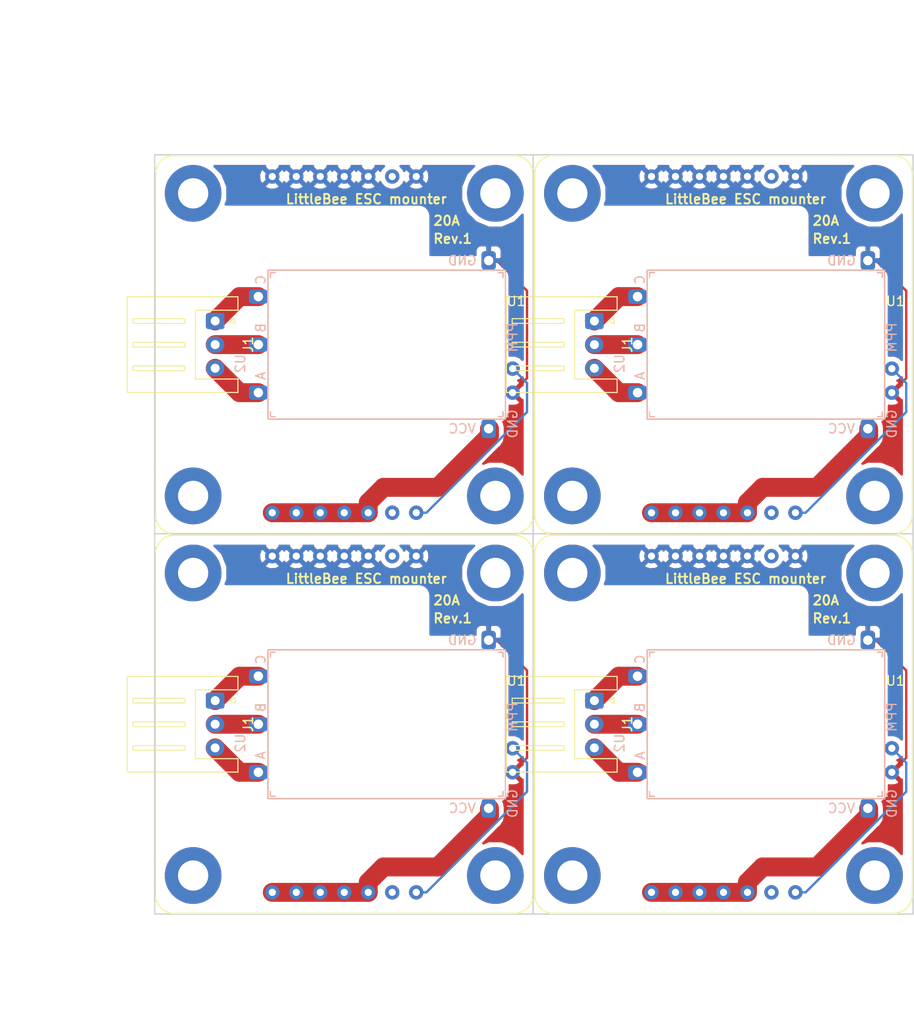
<source format=kicad_pcb>
(kicad_pcb (version 20171130) (host pcbnew 5.0.2+dfsg1-1)

  (general
    (thickness 1.6)
    (drawings 21)
    (tracks 80)
    (zones 0)
    (modules 12)
    (nets 7)
  )

  (page A4)
  (layers
    (0 F.Cu signal)
    (31 B.Cu signal)
    (32 B.Adhes user)
    (33 F.Adhes user)
    (34 B.Paste user)
    (35 F.Paste user)
    (36 B.SilkS user)
    (37 F.SilkS user)
    (38 B.Mask user)
    (39 F.Mask user)
    (40 Dwgs.User user)
    (41 Cmts.User user)
    (42 Eco1.User user)
    (43 Eco2.User user)
    (44 Edge.Cuts user)
    (45 Margin user)
    (46 B.CrtYd user)
    (47 F.CrtYd user)
    (48 B.Fab user)
    (49 F.Fab user)
  )

  (setup
    (last_trace_width 0.25)
    (trace_clearance 0.2)
    (zone_clearance 0.508)
    (zone_45_only no)
    (trace_min 0.2)
    (segment_width 0.2)
    (edge_width 0.15)
    (via_size 0.8)
    (via_drill 0.4)
    (via_min_size 0.4)
    (via_min_drill 0.3)
    (uvia_size 0.3)
    (uvia_drill 0.1)
    (uvias_allowed no)
    (uvia_min_size 0.2)
    (uvia_min_drill 0.1)
    (pcb_text_width 0.3)
    (pcb_text_size 1.5 1.5)
    (mod_edge_width 0.15)
    (mod_text_size 1 1)
    (mod_text_width 0.15)
    (pad_size 1.524 1.524)
    (pad_drill 0.762)
    (pad_to_mask_clearance 0.051)
    (solder_mask_min_width 0.25)
    (aux_axis_origin 0 0)
    (visible_elements FFFFFF7F)
    (pcbplotparams
      (layerselection 0x010fc_ffffffff)
      (usegerberextensions false)
      (usegerberattributes false)
      (usegerberadvancedattributes false)
      (creategerberjobfile false)
      (excludeedgelayer true)
      (linewidth 0.100000)
      (plotframeref false)
      (viasonmask false)
      (mode 1)
      (useauxorigin false)
      (hpglpennumber 1)
      (hpglpenspeed 20)
      (hpglpendiameter 15.000000)
      (psnegative false)
      (psa4output false)
      (plotreference true)
      (plotvalue true)
      (plotinvisibletext false)
      (padsonsilk false)
      (subtractmaskfromsilk false)
      (outputformat 1)
      (mirror false)
      (drillshape 1)
      (scaleselection 1)
      (outputdirectory ""))
  )

  (net 0 "")
  (net 1 "Net-(J1-Pad1)")
  (net 2 "Net-(J1-Pad2)")
  (net 3 "Net-(J1-Pad3)")
  (net 4 GND)
  (net 5 12V)
  (net 6 PPM)

  (net_class Default "This is the default net class."
    (clearance 0.2)
    (trace_width 0.25)
    (via_dia 0.8)
    (via_drill 0.4)
    (uvia_dia 0.3)
    (uvia_drill 0.1)
    (add_net 12V)
    (add_net GND)
    (add_net "Net-(J1-Pad1)")
    (add_net "Net-(J1-Pad2)")
    (add_net "Net-(J1-Pad3)")
    (add_net PPM)
  )

  (module Connector_JST:JST_XH_S03B-XH-A_1x03_P2.50mm_Horizontal locked (layer F.Cu) (tedit 5B775209) (tstamp 623EFE30)
    (at 156.482002 107.650002 270)
    (descr "JST XH series connector, S03B-XH-A (http://www.jst-mfg.com/product/pdf/eng/eXH.pdf), generated with kicad-footprint-generator")
    (tags "connector JST XH top entry")
    (path /624498B3)
    (fp_text reference J1 (at 2.5 -3.5 270) (layer F.SilkS)
      (effects (font (size 1 1) (thickness 0.15)))
    )
    (fp_text value Conn_01x03_Female (at 2.5 10.4 270) (layer F.Fab)
      (effects (font (size 1 1) (thickness 0.15)))
    )
    (fp_text user %R (at 2.5 3.45 270) (layer F.Fab)
      (effects (font (size 1 1) (thickness 0.15)))
    )
    (fp_line (start 0 1.2) (end 0.625 2.2) (layer F.Fab) (width 0.1))
    (fp_line (start -0.625 2.2) (end 0 1.2) (layer F.Fab) (width 0.1))
    (fp_line (start 0.3 -2.1) (end 0 -1.5) (layer F.SilkS) (width 0.12))
    (fp_line (start -0.3 -2.1) (end 0.3 -2.1) (layer F.SilkS) (width 0.12))
    (fp_line (start 0 -1.5) (end -0.3 -2.1) (layer F.SilkS) (width 0.12))
    (fp_line (start 5.25 3.2) (end 4.75 3.2) (layer F.SilkS) (width 0.12))
    (fp_line (start 5.25 8.7) (end 5.25 3.2) (layer F.SilkS) (width 0.12))
    (fp_line (start 4.75 8.7) (end 5.25 8.7) (layer F.SilkS) (width 0.12))
    (fp_line (start 4.75 3.2) (end 4.75 8.7) (layer F.SilkS) (width 0.12))
    (fp_line (start 2.75 3.2) (end 2.25 3.2) (layer F.SilkS) (width 0.12))
    (fp_line (start 2.75 8.7) (end 2.75 3.2) (layer F.SilkS) (width 0.12))
    (fp_line (start 2.25 8.7) (end 2.75 8.7) (layer F.SilkS) (width 0.12))
    (fp_line (start 2.25 3.2) (end 2.25 8.7) (layer F.SilkS) (width 0.12))
    (fp_line (start 0.25 3.2) (end -0.25 3.2) (layer F.SilkS) (width 0.12))
    (fp_line (start 0.25 8.7) (end 0.25 3.2) (layer F.SilkS) (width 0.12))
    (fp_line (start -0.25 8.7) (end 0.25 8.7) (layer F.SilkS) (width 0.12))
    (fp_line (start -0.25 3.2) (end -0.25 8.7) (layer F.SilkS) (width 0.12))
    (fp_line (start 6.25 2.2) (end 2.5 2.2) (layer F.Fab) (width 0.1))
    (fp_line (start 6.25 -2.3) (end 6.25 2.2) (layer F.Fab) (width 0.1))
    (fp_line (start 7.45 -2.3) (end 6.25 -2.3) (layer F.Fab) (width 0.1))
    (fp_line (start 7.45 9.2) (end 7.45 -2.3) (layer F.Fab) (width 0.1))
    (fp_line (start 2.5 9.2) (end 7.45 9.2) (layer F.Fab) (width 0.1))
    (fp_line (start -1.25 2.2) (end 2.5 2.2) (layer F.Fab) (width 0.1))
    (fp_line (start -1.25 -2.3) (end -1.25 2.2) (layer F.Fab) (width 0.1))
    (fp_line (start -2.45 -2.3) (end -1.25 -2.3) (layer F.Fab) (width 0.1))
    (fp_line (start -2.45 9.2) (end -2.45 -2.3) (layer F.Fab) (width 0.1))
    (fp_line (start 2.5 9.2) (end -2.45 9.2) (layer F.Fab) (width 0.1))
    (fp_line (start 6.14 2.09) (end 2.5 2.09) (layer F.SilkS) (width 0.12))
    (fp_line (start 6.14 -2.41) (end 6.14 2.09) (layer F.SilkS) (width 0.12))
    (fp_line (start 7.56 -2.41) (end 6.14 -2.41) (layer F.SilkS) (width 0.12))
    (fp_line (start 7.56 9.31) (end 7.56 -2.41) (layer F.SilkS) (width 0.12))
    (fp_line (start 2.5 9.31) (end 7.56 9.31) (layer F.SilkS) (width 0.12))
    (fp_line (start -1.14 2.09) (end 2.5 2.09) (layer F.SilkS) (width 0.12))
    (fp_line (start -1.14 -2.41) (end -1.14 2.09) (layer F.SilkS) (width 0.12))
    (fp_line (start -2.56 -2.41) (end -1.14 -2.41) (layer F.SilkS) (width 0.12))
    (fp_line (start -2.56 9.31) (end -2.56 -2.41) (layer F.SilkS) (width 0.12))
    (fp_line (start 2.5 9.31) (end -2.56 9.31) (layer F.SilkS) (width 0.12))
    (fp_line (start 7.95 -2.8) (end -2.95 -2.8) (layer F.CrtYd) (width 0.05))
    (fp_line (start 7.95 9.7) (end 7.95 -2.8) (layer F.CrtYd) (width 0.05))
    (fp_line (start -2.95 9.7) (end 7.95 9.7) (layer F.CrtYd) (width 0.05))
    (fp_line (start -2.95 -2.8) (end -2.95 9.7) (layer F.CrtYd) (width 0.05))
    (pad 3 thru_hole oval (at 5 0 270) (size 1.7 1.95) (drill 0.95) (layers *.Cu *.Mask)
      (net 3 "Net-(J1-Pad3)"))
    (pad 2 thru_hole oval (at 2.5 0 270) (size 1.7 1.95) (drill 0.95) (layers *.Cu *.Mask)
      (net 2 "Net-(J1-Pad2)"))
    (pad 1 thru_hole roundrect (at 0 0 270) (size 1.7 1.95) (drill 0.95) (layers *.Cu *.Mask) (roundrect_rratio 0.147059)
      (net 1 "Net-(J1-Pad1)"))
    (model ${KISYS3DMOD}/Connector_JST.3dshapes/JST_XH_S03B-XH-A_1x03_P2.50mm_Horizontal.wrl
      (at (xyz 0 0 0))
      (scale (xyz 1 1 1))
      (rotate (xyz 0 0 0))
    )
  )

  (module Connector_JST:JST_XH_S03B-XH-A_1x03_P2.50mm_Horizontal locked (layer F.Cu) (tedit 5B775209) (tstamp 623EFE00)
    (at 156.482002 67.5 270)
    (descr "JST XH series connector, S03B-XH-A (http://www.jst-mfg.com/product/pdf/eng/eXH.pdf), generated with kicad-footprint-generator")
    (tags "connector JST XH top entry")
    (path /624498B3)
    (fp_text reference J1 (at 2.5 -3.5 270) (layer F.SilkS)
      (effects (font (size 1 1) (thickness 0.15)))
    )
    (fp_text value Conn_01x03_Female (at 2.5 10.4 270) (layer F.Fab)
      (effects (font (size 1 1) (thickness 0.15)))
    )
    (fp_text user %R (at 2.5 3.45 270) (layer F.Fab)
      (effects (font (size 1 1) (thickness 0.15)))
    )
    (fp_line (start 0 1.2) (end 0.625 2.2) (layer F.Fab) (width 0.1))
    (fp_line (start -0.625 2.2) (end 0 1.2) (layer F.Fab) (width 0.1))
    (fp_line (start 0.3 -2.1) (end 0 -1.5) (layer F.SilkS) (width 0.12))
    (fp_line (start -0.3 -2.1) (end 0.3 -2.1) (layer F.SilkS) (width 0.12))
    (fp_line (start 0 -1.5) (end -0.3 -2.1) (layer F.SilkS) (width 0.12))
    (fp_line (start 5.25 3.2) (end 4.75 3.2) (layer F.SilkS) (width 0.12))
    (fp_line (start 5.25 8.7) (end 5.25 3.2) (layer F.SilkS) (width 0.12))
    (fp_line (start 4.75 8.7) (end 5.25 8.7) (layer F.SilkS) (width 0.12))
    (fp_line (start 4.75 3.2) (end 4.75 8.7) (layer F.SilkS) (width 0.12))
    (fp_line (start 2.75 3.2) (end 2.25 3.2) (layer F.SilkS) (width 0.12))
    (fp_line (start 2.75 8.7) (end 2.75 3.2) (layer F.SilkS) (width 0.12))
    (fp_line (start 2.25 8.7) (end 2.75 8.7) (layer F.SilkS) (width 0.12))
    (fp_line (start 2.25 3.2) (end 2.25 8.7) (layer F.SilkS) (width 0.12))
    (fp_line (start 0.25 3.2) (end -0.25 3.2) (layer F.SilkS) (width 0.12))
    (fp_line (start 0.25 8.7) (end 0.25 3.2) (layer F.SilkS) (width 0.12))
    (fp_line (start -0.25 8.7) (end 0.25 8.7) (layer F.SilkS) (width 0.12))
    (fp_line (start -0.25 3.2) (end -0.25 8.7) (layer F.SilkS) (width 0.12))
    (fp_line (start 6.25 2.2) (end 2.5 2.2) (layer F.Fab) (width 0.1))
    (fp_line (start 6.25 -2.3) (end 6.25 2.2) (layer F.Fab) (width 0.1))
    (fp_line (start 7.45 -2.3) (end 6.25 -2.3) (layer F.Fab) (width 0.1))
    (fp_line (start 7.45 9.2) (end 7.45 -2.3) (layer F.Fab) (width 0.1))
    (fp_line (start 2.5 9.2) (end 7.45 9.2) (layer F.Fab) (width 0.1))
    (fp_line (start -1.25 2.2) (end 2.5 2.2) (layer F.Fab) (width 0.1))
    (fp_line (start -1.25 -2.3) (end -1.25 2.2) (layer F.Fab) (width 0.1))
    (fp_line (start -2.45 -2.3) (end -1.25 -2.3) (layer F.Fab) (width 0.1))
    (fp_line (start -2.45 9.2) (end -2.45 -2.3) (layer F.Fab) (width 0.1))
    (fp_line (start 2.5 9.2) (end -2.45 9.2) (layer F.Fab) (width 0.1))
    (fp_line (start 6.14 2.09) (end 2.5 2.09) (layer F.SilkS) (width 0.12))
    (fp_line (start 6.14 -2.41) (end 6.14 2.09) (layer F.SilkS) (width 0.12))
    (fp_line (start 7.56 -2.41) (end 6.14 -2.41) (layer F.SilkS) (width 0.12))
    (fp_line (start 7.56 9.31) (end 7.56 -2.41) (layer F.SilkS) (width 0.12))
    (fp_line (start 2.5 9.31) (end 7.56 9.31) (layer F.SilkS) (width 0.12))
    (fp_line (start -1.14 2.09) (end 2.5 2.09) (layer F.SilkS) (width 0.12))
    (fp_line (start -1.14 -2.41) (end -1.14 2.09) (layer F.SilkS) (width 0.12))
    (fp_line (start -2.56 -2.41) (end -1.14 -2.41) (layer F.SilkS) (width 0.12))
    (fp_line (start -2.56 9.31) (end -2.56 -2.41) (layer F.SilkS) (width 0.12))
    (fp_line (start 2.5 9.31) (end -2.56 9.31) (layer F.SilkS) (width 0.12))
    (fp_line (start 7.95 -2.8) (end -2.95 -2.8) (layer F.CrtYd) (width 0.05))
    (fp_line (start 7.95 9.7) (end 7.95 -2.8) (layer F.CrtYd) (width 0.05))
    (fp_line (start -2.95 9.7) (end 7.95 9.7) (layer F.CrtYd) (width 0.05))
    (fp_line (start -2.95 -2.8) (end -2.95 9.7) (layer F.CrtYd) (width 0.05))
    (pad 3 thru_hole oval (at 5 0 270) (size 1.7 1.95) (drill 0.95) (layers *.Cu *.Mask)
      (net 3 "Net-(J1-Pad3)"))
    (pad 2 thru_hole oval (at 2.5 0 270) (size 1.7 1.95) (drill 0.95) (layers *.Cu *.Mask)
      (net 2 "Net-(J1-Pad2)"))
    (pad 1 thru_hole roundrect (at 0 0 270) (size 1.7 1.95) (drill 0.95) (layers *.Cu *.Mask) (roundrect_rratio 0.147059)
      (net 1 "Net-(J1-Pad1)"))
    (model ${KISYS3DMOD}/Connector_JST.3dshapes/JST_XH_S03B-XH-A_1x03_P2.50mm_Horizontal.wrl
      (at (xyz 0 0 0))
      (scale (xyz 1 1 1))
      (rotate (xyz 0 0 0))
    )
  )

  (module Connector_JST:JST_XH_S03B-XH-A_1x03_P2.50mm_Horizontal locked (layer F.Cu) (tedit 5B775209) (tstamp 623EFDD0)
    (at 116.332 107.650002 270)
    (descr "JST XH series connector, S03B-XH-A (http://www.jst-mfg.com/product/pdf/eng/eXH.pdf), generated with kicad-footprint-generator")
    (tags "connector JST XH top entry")
    (path /624498B3)
    (fp_text reference J1 (at 2.5 -3.5 270) (layer F.SilkS)
      (effects (font (size 1 1) (thickness 0.15)))
    )
    (fp_text value Conn_01x03_Female (at 2.5 10.4 270) (layer F.Fab)
      (effects (font (size 1 1) (thickness 0.15)))
    )
    (fp_text user %R (at 2.5 3.45 270) (layer F.Fab)
      (effects (font (size 1 1) (thickness 0.15)))
    )
    (fp_line (start 0 1.2) (end 0.625 2.2) (layer F.Fab) (width 0.1))
    (fp_line (start -0.625 2.2) (end 0 1.2) (layer F.Fab) (width 0.1))
    (fp_line (start 0.3 -2.1) (end 0 -1.5) (layer F.SilkS) (width 0.12))
    (fp_line (start -0.3 -2.1) (end 0.3 -2.1) (layer F.SilkS) (width 0.12))
    (fp_line (start 0 -1.5) (end -0.3 -2.1) (layer F.SilkS) (width 0.12))
    (fp_line (start 5.25 3.2) (end 4.75 3.2) (layer F.SilkS) (width 0.12))
    (fp_line (start 5.25 8.7) (end 5.25 3.2) (layer F.SilkS) (width 0.12))
    (fp_line (start 4.75 8.7) (end 5.25 8.7) (layer F.SilkS) (width 0.12))
    (fp_line (start 4.75 3.2) (end 4.75 8.7) (layer F.SilkS) (width 0.12))
    (fp_line (start 2.75 3.2) (end 2.25 3.2) (layer F.SilkS) (width 0.12))
    (fp_line (start 2.75 8.7) (end 2.75 3.2) (layer F.SilkS) (width 0.12))
    (fp_line (start 2.25 8.7) (end 2.75 8.7) (layer F.SilkS) (width 0.12))
    (fp_line (start 2.25 3.2) (end 2.25 8.7) (layer F.SilkS) (width 0.12))
    (fp_line (start 0.25 3.2) (end -0.25 3.2) (layer F.SilkS) (width 0.12))
    (fp_line (start 0.25 8.7) (end 0.25 3.2) (layer F.SilkS) (width 0.12))
    (fp_line (start -0.25 8.7) (end 0.25 8.7) (layer F.SilkS) (width 0.12))
    (fp_line (start -0.25 3.2) (end -0.25 8.7) (layer F.SilkS) (width 0.12))
    (fp_line (start 6.25 2.2) (end 2.5 2.2) (layer F.Fab) (width 0.1))
    (fp_line (start 6.25 -2.3) (end 6.25 2.2) (layer F.Fab) (width 0.1))
    (fp_line (start 7.45 -2.3) (end 6.25 -2.3) (layer F.Fab) (width 0.1))
    (fp_line (start 7.45 9.2) (end 7.45 -2.3) (layer F.Fab) (width 0.1))
    (fp_line (start 2.5 9.2) (end 7.45 9.2) (layer F.Fab) (width 0.1))
    (fp_line (start -1.25 2.2) (end 2.5 2.2) (layer F.Fab) (width 0.1))
    (fp_line (start -1.25 -2.3) (end -1.25 2.2) (layer F.Fab) (width 0.1))
    (fp_line (start -2.45 -2.3) (end -1.25 -2.3) (layer F.Fab) (width 0.1))
    (fp_line (start -2.45 9.2) (end -2.45 -2.3) (layer F.Fab) (width 0.1))
    (fp_line (start 2.5 9.2) (end -2.45 9.2) (layer F.Fab) (width 0.1))
    (fp_line (start 6.14 2.09) (end 2.5 2.09) (layer F.SilkS) (width 0.12))
    (fp_line (start 6.14 -2.41) (end 6.14 2.09) (layer F.SilkS) (width 0.12))
    (fp_line (start 7.56 -2.41) (end 6.14 -2.41) (layer F.SilkS) (width 0.12))
    (fp_line (start 7.56 9.31) (end 7.56 -2.41) (layer F.SilkS) (width 0.12))
    (fp_line (start 2.5 9.31) (end 7.56 9.31) (layer F.SilkS) (width 0.12))
    (fp_line (start -1.14 2.09) (end 2.5 2.09) (layer F.SilkS) (width 0.12))
    (fp_line (start -1.14 -2.41) (end -1.14 2.09) (layer F.SilkS) (width 0.12))
    (fp_line (start -2.56 -2.41) (end -1.14 -2.41) (layer F.SilkS) (width 0.12))
    (fp_line (start -2.56 9.31) (end -2.56 -2.41) (layer F.SilkS) (width 0.12))
    (fp_line (start 2.5 9.31) (end -2.56 9.31) (layer F.SilkS) (width 0.12))
    (fp_line (start 7.95 -2.8) (end -2.95 -2.8) (layer F.CrtYd) (width 0.05))
    (fp_line (start 7.95 9.7) (end 7.95 -2.8) (layer F.CrtYd) (width 0.05))
    (fp_line (start -2.95 9.7) (end 7.95 9.7) (layer F.CrtYd) (width 0.05))
    (fp_line (start -2.95 -2.8) (end -2.95 9.7) (layer F.CrtYd) (width 0.05))
    (pad 3 thru_hole oval (at 5 0 270) (size 1.7 1.95) (drill 0.95) (layers *.Cu *.Mask)
      (net 3 "Net-(J1-Pad3)"))
    (pad 2 thru_hole oval (at 2.5 0 270) (size 1.7 1.95) (drill 0.95) (layers *.Cu *.Mask)
      (net 2 "Net-(J1-Pad2)"))
    (pad 1 thru_hole roundrect (at 0 0 270) (size 1.7 1.95) (drill 0.95) (layers *.Cu *.Mask) (roundrect_rratio 0.147059)
      (net 1 "Net-(J1-Pad1)"))
    (model ${KISYS3DMOD}/Connector_JST.3dshapes/JST_XH_S03B-XH-A_1x03_P2.50mm_Horizontal.wrl
      (at (xyz 0 0 0))
      (scale (xyz 1 1 1))
      (rotate (xyz 0 0 0))
    )
  )

  (module custom-footprints:ECS_LittleBee-20A locked (layer B.Cu) (tedit 6237F501) (tstamp 623EFDB3)
    (at 158.768002 110.150002 90)
    (path /624497E6)
    (fp_text reference U2 (at -2 0.382 90) (layer B.SilkS)
      (effects (font (size 1 1) (thickness 0.15)) (justify mirror))
    )
    (fp_text value ESC-LittleBee (at 0 0.5 90) (layer B.Fab)
      (effects (font (size 1 1) (thickness 0.15)) (justify mirror))
    )
    (fp_line (start -7.874 28.448) (end 7.874 28.448) (layer B.SilkS) (width 0.15))
    (fp_line (start -7.874 3.302) (end 7.874 3.302) (layer B.SilkS) (width 0.15))
    (fp_line (start 7.874 28.448) (end 7.874 3.302) (layer B.SilkS) (width 0.15))
    (fp_line (start -7.874 28.448) (end -7.874 3.302) (layer B.SilkS) (width 0.15))
    (fp_line (start 7.62 3.556) (end 7.62 4.064) (layer B.SilkS) (width 0.15))
    (fp_line (start 7.112 3.556) (end 7.62 3.556) (layer B.SilkS) (width 0.15))
    (fp_line (start -7.62 3.556) (end -7.62 4.064) (layer B.SilkS) (width 0.15))
    (fp_line (start -7.112 3.556) (end -7.62 3.556) (layer B.SilkS) (width 0.15))
    (fp_line (start 7.62 28.194) (end 7.62 27.686) (layer B.SilkS) (width 0.15))
    (fp_line (start 7.112 28.194) (end 7.62 28.194) (layer B.SilkS) (width 0.15))
    (fp_line (start -7.62 28.194) (end -7.62 27.686) (layer B.SilkS) (width 0.15))
    (fp_line (start -7.112 28.194) (end -7.62 28.194) (layer B.SilkS) (width 0.15))
    (fp_text user GND (at -8.382 29.21 90) (layer B.SilkS)
      (effects (font (size 1 1) (thickness 0.15)) (justify mirror))
    )
    (fp_text user PPM (at 0.762 29.21 90) (layer B.SilkS)
      (effects (font (size 1 1) (thickness 0.15)) (justify mirror))
    )
    (fp_text user GND (at 8.89 23.876) (layer B.SilkS)
      (effects (font (size 1 1) (thickness 0.15)) (justify mirror))
    )
    (fp_text user VCC (at -8.89 23.876) (layer B.SilkS)
      (effects (font (size 1 1) (thickness 0.15)) (justify mirror))
    )
    (fp_text user C (at 6.858 2.54 90) (layer B.SilkS)
      (effects (font (size 1 1) (thickness 0.15)) (justify mirror))
    )
    (fp_text user B (at 1.778 2.54 90) (layer B.SilkS)
      (effects (font (size 1 1) (thickness 0.15)) (justify mirror))
    )
    (fp_text user A (at -3.302 2.54 90) (layer B.SilkS)
      (effects (font (size 1 1) (thickness 0.15)) (justify mirror))
    )
    (pad 6 thru_hole circle (at -2.54 29.21 90) (size 1.524 1.524) (drill 0.762) (layers *.Cu *.Mask)
      (net 6 PPM))
    (pad 4 thru_hole roundrect (at 8.89 26.67 90) (size 2 1.524) (drill 1) (layers *.Cu *.Mask) (roundrect_rratio 0.25)
      (net 4 GND))
    (pad 5 thru_hole roundrect (at -8.89 26.67 90) (size 2 1.524) (drill 1) (layers *.Cu *.Mask) (roundrect_rratio 0.25)
      (net 5 12V))
    (pad 7 thru_hole circle (at -5.08 29.21 90) (size 1.524 1.524) (drill 0.762) (layers *.Cu *.Mask)
      (net 4 GND))
    (pad 3 thru_hole roundrect (at 5.08 2.286 90) (size 1.524 2) (drill 1) (layers *.Cu *.Mask) (roundrect_rratio 0.25)
      (net 1 "Net-(J1-Pad1)"))
    (pad 2 thru_hole roundrect (at 0 2.286 90) (size 1.524 2) (drill 1) (layers *.Cu *.Mask) (roundrect_rratio 0.25)
      (net 2 "Net-(J1-Pad2)"))
    (pad 1 thru_hole roundrect (at -5.08 2.286 90) (size 1.524 2) (drill 1) (layers *.Cu *.Mask) (roundrect_rratio 0.25)
      (net 3 "Net-(J1-Pad3)"))
  )

  (module custom-footprints:ECS_LittleBee-20A locked (layer B.Cu) (tedit 6237F501) (tstamp 623EFD96)
    (at 158.768002 70 90)
    (path /624497E6)
    (fp_text reference U2 (at -2 0.382 90) (layer B.SilkS)
      (effects (font (size 1 1) (thickness 0.15)) (justify mirror))
    )
    (fp_text value ESC-LittleBee (at 0 0.5 90) (layer B.Fab)
      (effects (font (size 1 1) (thickness 0.15)) (justify mirror))
    )
    (fp_line (start -7.874 28.448) (end 7.874 28.448) (layer B.SilkS) (width 0.15))
    (fp_line (start -7.874 3.302) (end 7.874 3.302) (layer B.SilkS) (width 0.15))
    (fp_line (start 7.874 28.448) (end 7.874 3.302) (layer B.SilkS) (width 0.15))
    (fp_line (start -7.874 28.448) (end -7.874 3.302) (layer B.SilkS) (width 0.15))
    (fp_line (start 7.62 3.556) (end 7.62 4.064) (layer B.SilkS) (width 0.15))
    (fp_line (start 7.112 3.556) (end 7.62 3.556) (layer B.SilkS) (width 0.15))
    (fp_line (start -7.62 3.556) (end -7.62 4.064) (layer B.SilkS) (width 0.15))
    (fp_line (start -7.112 3.556) (end -7.62 3.556) (layer B.SilkS) (width 0.15))
    (fp_line (start 7.62 28.194) (end 7.62 27.686) (layer B.SilkS) (width 0.15))
    (fp_line (start 7.112 28.194) (end 7.62 28.194) (layer B.SilkS) (width 0.15))
    (fp_line (start -7.62 28.194) (end -7.62 27.686) (layer B.SilkS) (width 0.15))
    (fp_line (start -7.112 28.194) (end -7.62 28.194) (layer B.SilkS) (width 0.15))
    (fp_text user GND (at -8.382 29.21 90) (layer B.SilkS)
      (effects (font (size 1 1) (thickness 0.15)) (justify mirror))
    )
    (fp_text user PPM (at 0.762 29.21 90) (layer B.SilkS)
      (effects (font (size 1 1) (thickness 0.15)) (justify mirror))
    )
    (fp_text user GND (at 8.89 23.876) (layer B.SilkS)
      (effects (font (size 1 1) (thickness 0.15)) (justify mirror))
    )
    (fp_text user VCC (at -8.89 23.876) (layer B.SilkS)
      (effects (font (size 1 1) (thickness 0.15)) (justify mirror))
    )
    (fp_text user C (at 6.858 2.54 90) (layer B.SilkS)
      (effects (font (size 1 1) (thickness 0.15)) (justify mirror))
    )
    (fp_text user B (at 1.778 2.54 90) (layer B.SilkS)
      (effects (font (size 1 1) (thickness 0.15)) (justify mirror))
    )
    (fp_text user A (at -3.302 2.54 90) (layer B.SilkS)
      (effects (font (size 1 1) (thickness 0.15)) (justify mirror))
    )
    (pad 6 thru_hole circle (at -2.54 29.21 90) (size 1.524 1.524) (drill 0.762) (layers *.Cu *.Mask)
      (net 6 PPM))
    (pad 4 thru_hole roundrect (at 8.89 26.67 90) (size 2 1.524) (drill 1) (layers *.Cu *.Mask) (roundrect_rratio 0.25)
      (net 4 GND))
    (pad 5 thru_hole roundrect (at -8.89 26.67 90) (size 2 1.524) (drill 1) (layers *.Cu *.Mask) (roundrect_rratio 0.25)
      (net 5 12V))
    (pad 7 thru_hole circle (at -5.08 29.21 90) (size 1.524 1.524) (drill 0.762) (layers *.Cu *.Mask)
      (net 4 GND))
    (pad 3 thru_hole roundrect (at 5.08 2.286 90) (size 1.524 2) (drill 1) (layers *.Cu *.Mask) (roundrect_rratio 0.25)
      (net 1 "Net-(J1-Pad1)"))
    (pad 2 thru_hole roundrect (at 0 2.286 90) (size 1.524 2) (drill 1) (layers *.Cu *.Mask) (roundrect_rratio 0.25)
      (net 2 "Net-(J1-Pad2)"))
    (pad 1 thru_hole roundrect (at -5.08 2.286 90) (size 1.524 2) (drill 1) (layers *.Cu *.Mask) (roundrect_rratio 0.25)
      (net 3 "Net-(J1-Pad3)"))
  )

  (module custom-footprints:ECS_LittleBee-20A locked (layer B.Cu) (tedit 6237F501) (tstamp 623EFD79)
    (at 118.618 110.150002 90)
    (path /624497E6)
    (fp_text reference U2 (at -2 0.382 90) (layer B.SilkS)
      (effects (font (size 1 1) (thickness 0.15)) (justify mirror))
    )
    (fp_text value ESC-LittleBee (at 0 0.5 90) (layer B.Fab)
      (effects (font (size 1 1) (thickness 0.15)) (justify mirror))
    )
    (fp_line (start -7.874 28.448) (end 7.874 28.448) (layer B.SilkS) (width 0.15))
    (fp_line (start -7.874 3.302) (end 7.874 3.302) (layer B.SilkS) (width 0.15))
    (fp_line (start 7.874 28.448) (end 7.874 3.302) (layer B.SilkS) (width 0.15))
    (fp_line (start -7.874 28.448) (end -7.874 3.302) (layer B.SilkS) (width 0.15))
    (fp_line (start 7.62 3.556) (end 7.62 4.064) (layer B.SilkS) (width 0.15))
    (fp_line (start 7.112 3.556) (end 7.62 3.556) (layer B.SilkS) (width 0.15))
    (fp_line (start -7.62 3.556) (end -7.62 4.064) (layer B.SilkS) (width 0.15))
    (fp_line (start -7.112 3.556) (end -7.62 3.556) (layer B.SilkS) (width 0.15))
    (fp_line (start 7.62 28.194) (end 7.62 27.686) (layer B.SilkS) (width 0.15))
    (fp_line (start 7.112 28.194) (end 7.62 28.194) (layer B.SilkS) (width 0.15))
    (fp_line (start -7.62 28.194) (end -7.62 27.686) (layer B.SilkS) (width 0.15))
    (fp_line (start -7.112 28.194) (end -7.62 28.194) (layer B.SilkS) (width 0.15))
    (fp_text user GND (at -8.382 29.21 90) (layer B.SilkS)
      (effects (font (size 1 1) (thickness 0.15)) (justify mirror))
    )
    (fp_text user PPM (at 0.762 29.21 90) (layer B.SilkS)
      (effects (font (size 1 1) (thickness 0.15)) (justify mirror))
    )
    (fp_text user GND (at 8.89 23.876) (layer B.SilkS)
      (effects (font (size 1 1) (thickness 0.15)) (justify mirror))
    )
    (fp_text user VCC (at -8.89 23.876) (layer B.SilkS)
      (effects (font (size 1 1) (thickness 0.15)) (justify mirror))
    )
    (fp_text user C (at 6.858 2.54 90) (layer B.SilkS)
      (effects (font (size 1 1) (thickness 0.15)) (justify mirror))
    )
    (fp_text user B (at 1.778 2.54 90) (layer B.SilkS)
      (effects (font (size 1 1) (thickness 0.15)) (justify mirror))
    )
    (fp_text user A (at -3.302 2.54 90) (layer B.SilkS)
      (effects (font (size 1 1) (thickness 0.15)) (justify mirror))
    )
    (pad 6 thru_hole circle (at -2.54 29.21 90) (size 1.524 1.524) (drill 0.762) (layers *.Cu *.Mask)
      (net 6 PPM))
    (pad 4 thru_hole roundrect (at 8.89 26.67 90) (size 2 1.524) (drill 1) (layers *.Cu *.Mask) (roundrect_rratio 0.25)
      (net 4 GND))
    (pad 5 thru_hole roundrect (at -8.89 26.67 90) (size 2 1.524) (drill 1) (layers *.Cu *.Mask) (roundrect_rratio 0.25)
      (net 5 12V))
    (pad 7 thru_hole circle (at -5.08 29.21 90) (size 1.524 1.524) (drill 0.762) (layers *.Cu *.Mask)
      (net 4 GND))
    (pad 3 thru_hole roundrect (at 5.08 2.286 90) (size 1.524 2) (drill 1) (layers *.Cu *.Mask) (roundrect_rratio 0.25)
      (net 1 "Net-(J1-Pad1)"))
    (pad 2 thru_hole roundrect (at 0 2.286 90) (size 1.524 2) (drill 1) (layers *.Cu *.Mask) (roundrect_rratio 0.25)
      (net 2 "Net-(J1-Pad2)"))
    (pad 1 thru_hole roundrect (at -5.08 2.286 90) (size 1.524 2) (drill 1) (layers *.Cu *.Mask) (roundrect_rratio 0.25)
      (net 3 "Net-(J1-Pad3)"))
  )

  (module custom-footprints:4010-fan-ESC (layer F.Cu) (tedit 623E64D6) (tstamp 623EFD5C)
    (at 170.150002 110.150002)
    (path /623EDB8D)
    (fp_text reference U1 (at 18.209 -4.595) (layer F.SilkS)
      (effects (font (size 1 1) (thickness 0.15)))
    )
    (fp_text value 4010-fan-ESC (at 0 -0.5) (layer F.Fab)
      (effects (font (size 1 1) (thickness 0.15)))
    )
    (fp_line (start -20 -18) (end -20 18) (layer F.SilkS) (width 0.15))
    (fp_line (start 18 -20) (end -18 -20) (layer F.SilkS) (width 0.15))
    (fp_line (start 20 18) (end 20 -18) (layer F.SilkS) (width 0.15))
    (fp_line (start -18 20) (end 18 20) (layer F.SilkS) (width 0.15))
    (fp_arc (start -18 18) (end -20 18) (angle -90) (layer F.SilkS) (width 0.15))
    (fp_arc (start 18 18) (end 18 20) (angle -90) (layer F.SilkS) (width 0.15))
    (fp_arc (start 18 -18) (end 20 -18) (angle -90) (layer F.SilkS) (width 0.15))
    (fp_arc (start -18 -18) (end -18 -20) (angle -90) (layer F.SilkS) (width 0.15))
    (pad 14 thru_hole circle (at 7.62 17.78) (size 1.524 1.524) (drill 0.762) (layers *.Cu *.Mask)
      (net 6 PPM))
    (pad 13 thru_hole circle (at 5.08 17.78) (size 1.524 1.524) (drill 0.762) (layers *.Cu *.Mask))
    (pad 12 thru_hole circle (at 2.54 17.78) (size 1.524 1.524) (drill 0.762) (layers *.Cu *.Mask)
      (net 5 12V))
    (pad 11 thru_hole circle (at 0 17.78) (size 1.524 1.524) (drill 0.762) (layers *.Cu *.Mask)
      (net 5 12V))
    (pad 10 thru_hole circle (at -2.54 17.78) (size 1.524 1.524) (drill 0.762) (layers *.Cu *.Mask)
      (net 5 12V))
    (pad 9 thru_hole circle (at -5.08 17.78) (size 1.524 1.524) (drill 0.762) (layers *.Cu *.Mask)
      (net 5 12V))
    (pad 8 thru_hole circle (at -7.62 17.78) (size 1.524 1.524) (drill 0.762) (layers *.Cu *.Mask)
      (net 5 12V))
    (pad 7 thru_hole circle (at 7.62 -17.78) (size 1.524 1.524) (drill 0.762) (layers *.Cu *.Mask)
      (net 4 GND))
    (pad 6 thru_hole circle (at 5.08 -17.78) (size 1.524 1.524) (drill 0.762) (layers *.Cu *.Mask))
    (pad 5 thru_hole circle (at 2.54 -17.78) (size 1.524 1.524) (drill 0.762) (layers *.Cu *.Mask)
      (net 4 GND))
    (pad 4 thru_hole circle (at 0 -17.78) (size 1.524 1.524) (drill 0.762) (layers *.Cu *.Mask)
      (net 4 GND))
    (pad 3 thru_hole circle (at -2.54 -17.78) (size 1.524 1.524) (drill 0.762) (layers *.Cu *.Mask)
      (net 4 GND))
    (pad 2 thru_hole circle (at -5.08 -17.78) (size 1.524 1.524) (drill 0.762) (layers *.Cu *.Mask)
      (net 4 GND))
    (pad 1 thru_hole circle (at -7.62 -17.78) (size 1.524 1.524) (drill 0.762) (layers *.Cu *.Mask)
      (net 4 GND))
    (pad "" thru_hole circle (at -16 16) (size 6 6) (drill 3.2) (layers *.Cu *.Mask))
    (pad "" thru_hole circle (at 16 -16) (size 6 6) (drill 3.2) (layers *.Cu *.Mask))
    (pad "" thru_hole circle (at -16 -16) (size 6 6) (drill 3.2) (layers *.Cu *.Mask))
    (pad "" thru_hole circle (at 16 16) (size 6 6) (drill 3.2) (layers *.Cu *.Mask))
  )

  (module custom-footprints:4010-fan-ESC (layer F.Cu) (tedit 623E64D6) (tstamp 623EFD3F)
    (at 170.150002 70)
    (path /623EDB8D)
    (fp_text reference U1 (at 18.209 -4.595) (layer F.SilkS)
      (effects (font (size 1 1) (thickness 0.15)))
    )
    (fp_text value 4010-fan-ESC (at 0 -0.5) (layer F.Fab)
      (effects (font (size 1 1) (thickness 0.15)))
    )
    (fp_line (start -20 -18) (end -20 18) (layer F.SilkS) (width 0.15))
    (fp_line (start 18 -20) (end -18 -20) (layer F.SilkS) (width 0.15))
    (fp_line (start 20 18) (end 20 -18) (layer F.SilkS) (width 0.15))
    (fp_line (start -18 20) (end 18 20) (layer F.SilkS) (width 0.15))
    (fp_arc (start -18 18) (end -20 18) (angle -90) (layer F.SilkS) (width 0.15))
    (fp_arc (start 18 18) (end 18 20) (angle -90) (layer F.SilkS) (width 0.15))
    (fp_arc (start 18 -18) (end 20 -18) (angle -90) (layer F.SilkS) (width 0.15))
    (fp_arc (start -18 -18) (end -18 -20) (angle -90) (layer F.SilkS) (width 0.15))
    (pad 14 thru_hole circle (at 7.62 17.78) (size 1.524 1.524) (drill 0.762) (layers *.Cu *.Mask)
      (net 6 PPM))
    (pad 13 thru_hole circle (at 5.08 17.78) (size 1.524 1.524) (drill 0.762) (layers *.Cu *.Mask))
    (pad 12 thru_hole circle (at 2.54 17.78) (size 1.524 1.524) (drill 0.762) (layers *.Cu *.Mask)
      (net 5 12V))
    (pad 11 thru_hole circle (at 0 17.78) (size 1.524 1.524) (drill 0.762) (layers *.Cu *.Mask)
      (net 5 12V))
    (pad 10 thru_hole circle (at -2.54 17.78) (size 1.524 1.524) (drill 0.762) (layers *.Cu *.Mask)
      (net 5 12V))
    (pad 9 thru_hole circle (at -5.08 17.78) (size 1.524 1.524) (drill 0.762) (layers *.Cu *.Mask)
      (net 5 12V))
    (pad 8 thru_hole circle (at -7.62 17.78) (size 1.524 1.524) (drill 0.762) (layers *.Cu *.Mask)
      (net 5 12V))
    (pad 7 thru_hole circle (at 7.62 -17.78) (size 1.524 1.524) (drill 0.762) (layers *.Cu *.Mask)
      (net 4 GND))
    (pad 6 thru_hole circle (at 5.08 -17.78) (size 1.524 1.524) (drill 0.762) (layers *.Cu *.Mask))
    (pad 5 thru_hole circle (at 2.54 -17.78) (size 1.524 1.524) (drill 0.762) (layers *.Cu *.Mask)
      (net 4 GND))
    (pad 4 thru_hole circle (at 0 -17.78) (size 1.524 1.524) (drill 0.762) (layers *.Cu *.Mask)
      (net 4 GND))
    (pad 3 thru_hole circle (at -2.54 -17.78) (size 1.524 1.524) (drill 0.762) (layers *.Cu *.Mask)
      (net 4 GND))
    (pad 2 thru_hole circle (at -5.08 -17.78) (size 1.524 1.524) (drill 0.762) (layers *.Cu *.Mask)
      (net 4 GND))
    (pad 1 thru_hole circle (at -7.62 -17.78) (size 1.524 1.524) (drill 0.762) (layers *.Cu *.Mask)
      (net 4 GND))
    (pad "" thru_hole circle (at -16 16) (size 6 6) (drill 3.2) (layers *.Cu *.Mask))
    (pad "" thru_hole circle (at 16 -16) (size 6 6) (drill 3.2) (layers *.Cu *.Mask))
    (pad "" thru_hole circle (at -16 -16) (size 6 6) (drill 3.2) (layers *.Cu *.Mask))
    (pad "" thru_hole circle (at 16 16) (size 6 6) (drill 3.2) (layers *.Cu *.Mask))
  )

  (module custom-footprints:4010-fan-ESC (layer F.Cu) (tedit 623E64D6) (tstamp 623EFD22)
    (at 130 110.150002)
    (path /623EDB8D)
    (fp_text reference U1 (at 18.209 -4.595) (layer F.SilkS)
      (effects (font (size 1 1) (thickness 0.15)))
    )
    (fp_text value 4010-fan-ESC (at 0 -0.5) (layer F.Fab)
      (effects (font (size 1 1) (thickness 0.15)))
    )
    (fp_line (start -20 -18) (end -20 18) (layer F.SilkS) (width 0.15))
    (fp_line (start 18 -20) (end -18 -20) (layer F.SilkS) (width 0.15))
    (fp_line (start 20 18) (end 20 -18) (layer F.SilkS) (width 0.15))
    (fp_line (start -18 20) (end 18 20) (layer F.SilkS) (width 0.15))
    (fp_arc (start -18 18) (end -20 18) (angle -90) (layer F.SilkS) (width 0.15))
    (fp_arc (start 18 18) (end 18 20) (angle -90) (layer F.SilkS) (width 0.15))
    (fp_arc (start 18 -18) (end 20 -18) (angle -90) (layer F.SilkS) (width 0.15))
    (fp_arc (start -18 -18) (end -18 -20) (angle -90) (layer F.SilkS) (width 0.15))
    (pad 14 thru_hole circle (at 7.62 17.78) (size 1.524 1.524) (drill 0.762) (layers *.Cu *.Mask)
      (net 6 PPM))
    (pad 13 thru_hole circle (at 5.08 17.78) (size 1.524 1.524) (drill 0.762) (layers *.Cu *.Mask))
    (pad 12 thru_hole circle (at 2.54 17.78) (size 1.524 1.524) (drill 0.762) (layers *.Cu *.Mask)
      (net 5 12V))
    (pad 11 thru_hole circle (at 0 17.78) (size 1.524 1.524) (drill 0.762) (layers *.Cu *.Mask)
      (net 5 12V))
    (pad 10 thru_hole circle (at -2.54 17.78) (size 1.524 1.524) (drill 0.762) (layers *.Cu *.Mask)
      (net 5 12V))
    (pad 9 thru_hole circle (at -5.08 17.78) (size 1.524 1.524) (drill 0.762) (layers *.Cu *.Mask)
      (net 5 12V))
    (pad 8 thru_hole circle (at -7.62 17.78) (size 1.524 1.524) (drill 0.762) (layers *.Cu *.Mask)
      (net 5 12V))
    (pad 7 thru_hole circle (at 7.62 -17.78) (size 1.524 1.524) (drill 0.762) (layers *.Cu *.Mask)
      (net 4 GND))
    (pad 6 thru_hole circle (at 5.08 -17.78) (size 1.524 1.524) (drill 0.762) (layers *.Cu *.Mask))
    (pad 5 thru_hole circle (at 2.54 -17.78) (size 1.524 1.524) (drill 0.762) (layers *.Cu *.Mask)
      (net 4 GND))
    (pad 4 thru_hole circle (at 0 -17.78) (size 1.524 1.524) (drill 0.762) (layers *.Cu *.Mask)
      (net 4 GND))
    (pad 3 thru_hole circle (at -2.54 -17.78) (size 1.524 1.524) (drill 0.762) (layers *.Cu *.Mask)
      (net 4 GND))
    (pad 2 thru_hole circle (at -5.08 -17.78) (size 1.524 1.524) (drill 0.762) (layers *.Cu *.Mask)
      (net 4 GND))
    (pad 1 thru_hole circle (at -7.62 -17.78) (size 1.524 1.524) (drill 0.762) (layers *.Cu *.Mask)
      (net 4 GND))
    (pad "" thru_hole circle (at -16 16) (size 6 6) (drill 3.2) (layers *.Cu *.Mask))
    (pad "" thru_hole circle (at 16 -16) (size 6 6) (drill 3.2) (layers *.Cu *.Mask))
    (pad "" thru_hole circle (at -16 -16) (size 6 6) (drill 3.2) (layers *.Cu *.Mask))
    (pad "" thru_hole circle (at 16 16) (size 6 6) (drill 3.2) (layers *.Cu *.Mask))
  )

  (module custom-footprints:4010-fan-ESC (layer F.Cu) (tedit 623E64D6) (tstamp 623E7A6F)
    (at 130 70)
    (path /623EDB8D)
    (fp_text reference U1 (at 18.209 -4.595) (layer F.SilkS)
      (effects (font (size 1 1) (thickness 0.15)))
    )
    (fp_text value 4010-fan-ESC (at 0 -0.5) (layer F.Fab)
      (effects (font (size 1 1) (thickness 0.15)))
    )
    (fp_arc (start -18 -18) (end -18 -20) (angle -90) (layer F.SilkS) (width 0.15))
    (fp_arc (start 18 -18) (end 20 -18) (angle -90) (layer F.SilkS) (width 0.15))
    (fp_arc (start 18 18) (end 18 20) (angle -90) (layer F.SilkS) (width 0.15))
    (fp_arc (start -18 18) (end -20 18) (angle -90) (layer F.SilkS) (width 0.15))
    (fp_line (start -18 20) (end 18 20) (layer F.SilkS) (width 0.15))
    (fp_line (start 20 18) (end 20 -18) (layer F.SilkS) (width 0.15))
    (fp_line (start 18 -20) (end -18 -20) (layer F.SilkS) (width 0.15))
    (fp_line (start -20 -18) (end -20 18) (layer F.SilkS) (width 0.15))
    (pad "" thru_hole circle (at 16 16) (size 6 6) (drill 3.2) (layers *.Cu *.Mask))
    (pad "" thru_hole circle (at -16 -16) (size 6 6) (drill 3.2) (layers *.Cu *.Mask))
    (pad "" thru_hole circle (at 16 -16) (size 6 6) (drill 3.2) (layers *.Cu *.Mask))
    (pad "" thru_hole circle (at -16 16) (size 6 6) (drill 3.2) (layers *.Cu *.Mask))
    (pad 1 thru_hole circle (at -7.62 -17.78) (size 1.524 1.524) (drill 0.762) (layers *.Cu *.Mask)
      (net 4 GND))
    (pad 2 thru_hole circle (at -5.08 -17.78) (size 1.524 1.524) (drill 0.762) (layers *.Cu *.Mask)
      (net 4 GND))
    (pad 3 thru_hole circle (at -2.54 -17.78) (size 1.524 1.524) (drill 0.762) (layers *.Cu *.Mask)
      (net 4 GND))
    (pad 4 thru_hole circle (at 0 -17.78) (size 1.524 1.524) (drill 0.762) (layers *.Cu *.Mask)
      (net 4 GND))
    (pad 5 thru_hole circle (at 2.54 -17.78) (size 1.524 1.524) (drill 0.762) (layers *.Cu *.Mask)
      (net 4 GND))
    (pad 6 thru_hole circle (at 5.08 -17.78) (size 1.524 1.524) (drill 0.762) (layers *.Cu *.Mask))
    (pad 7 thru_hole circle (at 7.62 -17.78) (size 1.524 1.524) (drill 0.762) (layers *.Cu *.Mask)
      (net 4 GND))
    (pad 8 thru_hole circle (at -7.62 17.78) (size 1.524 1.524) (drill 0.762) (layers *.Cu *.Mask)
      (net 5 12V))
    (pad 9 thru_hole circle (at -5.08 17.78) (size 1.524 1.524) (drill 0.762) (layers *.Cu *.Mask)
      (net 5 12V))
    (pad 10 thru_hole circle (at -2.54 17.78) (size 1.524 1.524) (drill 0.762) (layers *.Cu *.Mask)
      (net 5 12V))
    (pad 11 thru_hole circle (at 0 17.78) (size 1.524 1.524) (drill 0.762) (layers *.Cu *.Mask)
      (net 5 12V))
    (pad 12 thru_hole circle (at 2.54 17.78) (size 1.524 1.524) (drill 0.762) (layers *.Cu *.Mask)
      (net 5 12V))
    (pad 13 thru_hole circle (at 5.08 17.78) (size 1.524 1.524) (drill 0.762) (layers *.Cu *.Mask))
    (pad 14 thru_hole circle (at 7.62 17.78) (size 1.524 1.524) (drill 0.762) (layers *.Cu *.Mask)
      (net 6 PPM))
  )

  (module custom-footprints:ECS_LittleBee-20A locked (layer B.Cu) (tedit 6237F501) (tstamp 623E7A8D)
    (at 118.618 70 90)
    (path /624497E6)
    (fp_text reference U2 (at -2 0.382 90) (layer B.SilkS)
      (effects (font (size 1 1) (thickness 0.15)) (justify mirror))
    )
    (fp_text value ESC-LittleBee (at 0 0.5 90) (layer B.Fab)
      (effects (font (size 1 1) (thickness 0.15)) (justify mirror))
    )
    (fp_text user A (at -3.302 2.54 90) (layer B.SilkS)
      (effects (font (size 1 1) (thickness 0.15)) (justify mirror))
    )
    (fp_text user B (at 1.778 2.54 90) (layer B.SilkS)
      (effects (font (size 1 1) (thickness 0.15)) (justify mirror))
    )
    (fp_text user C (at 6.858 2.54 90) (layer B.SilkS)
      (effects (font (size 1 1) (thickness 0.15)) (justify mirror))
    )
    (fp_text user VCC (at -8.89 23.876) (layer B.SilkS)
      (effects (font (size 1 1) (thickness 0.15)) (justify mirror))
    )
    (fp_text user GND (at 8.89 23.876) (layer B.SilkS)
      (effects (font (size 1 1) (thickness 0.15)) (justify mirror))
    )
    (fp_text user PPM (at 0.762 29.21 90) (layer B.SilkS)
      (effects (font (size 1 1) (thickness 0.15)) (justify mirror))
    )
    (fp_text user GND (at -8.382 29.21 90) (layer B.SilkS)
      (effects (font (size 1 1) (thickness 0.15)) (justify mirror))
    )
    (fp_line (start -7.112 28.194) (end -7.62 28.194) (layer B.SilkS) (width 0.15))
    (fp_line (start -7.62 28.194) (end -7.62 27.686) (layer B.SilkS) (width 0.15))
    (fp_line (start 7.112 28.194) (end 7.62 28.194) (layer B.SilkS) (width 0.15))
    (fp_line (start 7.62 28.194) (end 7.62 27.686) (layer B.SilkS) (width 0.15))
    (fp_line (start -7.112 3.556) (end -7.62 3.556) (layer B.SilkS) (width 0.15))
    (fp_line (start -7.62 3.556) (end -7.62 4.064) (layer B.SilkS) (width 0.15))
    (fp_line (start 7.112 3.556) (end 7.62 3.556) (layer B.SilkS) (width 0.15))
    (fp_line (start 7.62 3.556) (end 7.62 4.064) (layer B.SilkS) (width 0.15))
    (fp_line (start -7.874 28.448) (end -7.874 3.302) (layer B.SilkS) (width 0.15))
    (fp_line (start 7.874 28.448) (end 7.874 3.302) (layer B.SilkS) (width 0.15))
    (fp_line (start -7.874 3.302) (end 7.874 3.302) (layer B.SilkS) (width 0.15))
    (fp_line (start -7.874 28.448) (end 7.874 28.448) (layer B.SilkS) (width 0.15))
    (pad 1 thru_hole roundrect (at -5.08 2.286 90) (size 1.524 2) (drill 1) (layers *.Cu *.Mask) (roundrect_rratio 0.25)
      (net 3 "Net-(J1-Pad3)"))
    (pad 2 thru_hole roundrect (at 0 2.286 90) (size 1.524 2) (drill 1) (layers *.Cu *.Mask) (roundrect_rratio 0.25)
      (net 2 "Net-(J1-Pad2)"))
    (pad 3 thru_hole roundrect (at 5.08 2.286 90) (size 1.524 2) (drill 1) (layers *.Cu *.Mask) (roundrect_rratio 0.25)
      (net 1 "Net-(J1-Pad1)"))
    (pad 7 thru_hole circle (at -5.08 29.21 90) (size 1.524 1.524) (drill 0.762) (layers *.Cu *.Mask)
      (net 4 GND))
    (pad 5 thru_hole roundrect (at -8.89 26.67 90) (size 2 1.524) (drill 1) (layers *.Cu *.Mask) (roundrect_rratio 0.25)
      (net 5 12V))
    (pad 4 thru_hole roundrect (at 8.89 26.67 90) (size 2 1.524) (drill 1) (layers *.Cu *.Mask) (roundrect_rratio 0.25)
      (net 4 GND))
    (pad 6 thru_hole circle (at -2.54 29.21 90) (size 1.524 1.524) (drill 0.762) (layers *.Cu *.Mask)
      (net 6 PPM))
  )

  (module Connector_JST:JST_XH_S03B-XH-A_1x03_P2.50mm_Horizontal locked (layer F.Cu) (tedit 5B775209) (tstamp 623F6026)
    (at 116.332 67.5 270)
    (descr "JST XH series connector, S03B-XH-A (http://www.jst-mfg.com/product/pdf/eng/eXH.pdf), generated with kicad-footprint-generator")
    (tags "connector JST XH top entry")
    (path /624498B3)
    (fp_text reference J1 (at 2.5 -3.5 270) (layer F.SilkS)
      (effects (font (size 1 1) (thickness 0.15)))
    )
    (fp_text value Conn_01x03_Female (at 2.5 10.4 270) (layer F.Fab)
      (effects (font (size 1 1) (thickness 0.15)))
    )
    (fp_line (start -2.95 -2.8) (end -2.95 9.7) (layer F.CrtYd) (width 0.05))
    (fp_line (start -2.95 9.7) (end 7.95 9.7) (layer F.CrtYd) (width 0.05))
    (fp_line (start 7.95 9.7) (end 7.95 -2.8) (layer F.CrtYd) (width 0.05))
    (fp_line (start 7.95 -2.8) (end -2.95 -2.8) (layer F.CrtYd) (width 0.05))
    (fp_line (start 2.5 9.31) (end -2.56 9.31) (layer F.SilkS) (width 0.12))
    (fp_line (start -2.56 9.31) (end -2.56 -2.41) (layer F.SilkS) (width 0.12))
    (fp_line (start -2.56 -2.41) (end -1.14 -2.41) (layer F.SilkS) (width 0.12))
    (fp_line (start -1.14 -2.41) (end -1.14 2.09) (layer F.SilkS) (width 0.12))
    (fp_line (start -1.14 2.09) (end 2.5 2.09) (layer F.SilkS) (width 0.12))
    (fp_line (start 2.5 9.31) (end 7.56 9.31) (layer F.SilkS) (width 0.12))
    (fp_line (start 7.56 9.31) (end 7.56 -2.41) (layer F.SilkS) (width 0.12))
    (fp_line (start 7.56 -2.41) (end 6.14 -2.41) (layer F.SilkS) (width 0.12))
    (fp_line (start 6.14 -2.41) (end 6.14 2.09) (layer F.SilkS) (width 0.12))
    (fp_line (start 6.14 2.09) (end 2.5 2.09) (layer F.SilkS) (width 0.12))
    (fp_line (start 2.5 9.2) (end -2.45 9.2) (layer F.Fab) (width 0.1))
    (fp_line (start -2.45 9.2) (end -2.45 -2.3) (layer F.Fab) (width 0.1))
    (fp_line (start -2.45 -2.3) (end -1.25 -2.3) (layer F.Fab) (width 0.1))
    (fp_line (start -1.25 -2.3) (end -1.25 2.2) (layer F.Fab) (width 0.1))
    (fp_line (start -1.25 2.2) (end 2.5 2.2) (layer F.Fab) (width 0.1))
    (fp_line (start 2.5 9.2) (end 7.45 9.2) (layer F.Fab) (width 0.1))
    (fp_line (start 7.45 9.2) (end 7.45 -2.3) (layer F.Fab) (width 0.1))
    (fp_line (start 7.45 -2.3) (end 6.25 -2.3) (layer F.Fab) (width 0.1))
    (fp_line (start 6.25 -2.3) (end 6.25 2.2) (layer F.Fab) (width 0.1))
    (fp_line (start 6.25 2.2) (end 2.5 2.2) (layer F.Fab) (width 0.1))
    (fp_line (start -0.25 3.2) (end -0.25 8.7) (layer F.SilkS) (width 0.12))
    (fp_line (start -0.25 8.7) (end 0.25 8.7) (layer F.SilkS) (width 0.12))
    (fp_line (start 0.25 8.7) (end 0.25 3.2) (layer F.SilkS) (width 0.12))
    (fp_line (start 0.25 3.2) (end -0.25 3.2) (layer F.SilkS) (width 0.12))
    (fp_line (start 2.25 3.2) (end 2.25 8.7) (layer F.SilkS) (width 0.12))
    (fp_line (start 2.25 8.7) (end 2.75 8.7) (layer F.SilkS) (width 0.12))
    (fp_line (start 2.75 8.7) (end 2.75 3.2) (layer F.SilkS) (width 0.12))
    (fp_line (start 2.75 3.2) (end 2.25 3.2) (layer F.SilkS) (width 0.12))
    (fp_line (start 4.75 3.2) (end 4.75 8.7) (layer F.SilkS) (width 0.12))
    (fp_line (start 4.75 8.7) (end 5.25 8.7) (layer F.SilkS) (width 0.12))
    (fp_line (start 5.25 8.7) (end 5.25 3.2) (layer F.SilkS) (width 0.12))
    (fp_line (start 5.25 3.2) (end 4.75 3.2) (layer F.SilkS) (width 0.12))
    (fp_line (start 0 -1.5) (end -0.3 -2.1) (layer F.SilkS) (width 0.12))
    (fp_line (start -0.3 -2.1) (end 0.3 -2.1) (layer F.SilkS) (width 0.12))
    (fp_line (start 0.3 -2.1) (end 0 -1.5) (layer F.SilkS) (width 0.12))
    (fp_line (start -0.625 2.2) (end 0 1.2) (layer F.Fab) (width 0.1))
    (fp_line (start 0 1.2) (end 0.625 2.2) (layer F.Fab) (width 0.1))
    (fp_text user %R (at 2.5 3.45 270) (layer F.Fab)
      (effects (font (size 1 1) (thickness 0.15)))
    )
    (pad 1 thru_hole roundrect (at 0 0 270) (size 1.7 1.95) (drill 0.95) (layers *.Cu *.Mask) (roundrect_rratio 0.147059)
      (net 1 "Net-(J1-Pad1)"))
    (pad 2 thru_hole oval (at 2.5 0 270) (size 1.7 1.95) (drill 0.95) (layers *.Cu *.Mask)
      (net 2 "Net-(J1-Pad2)"))
    (pad 3 thru_hole oval (at 5 0 270) (size 1.7 1.95) (drill 0.95) (layers *.Cu *.Mask)
      (net 3 "Net-(J1-Pad3)"))
    (model ${KISYS3DMOD}/Connector_JST.3dshapes/JST_XH_S03B-XH-A_1x03_P2.50mm_Horizontal.wrl
      (at (xyz 0 0 0))
      (scale (xyz 1 1 1))
      (rotate (xyz 0 0 0))
    )
  )

  (gr_text "pwm-esc-littlebee/pwm-esc-littlebee_panelized.kicad_pcb (2x2 panel) generated with:\n./panelizer.py pwm-esc-littlebee/pwm-esc-littlebee.kicad_pcb --numx=2 --numy=2" (at 150.075001 140.250004) (layer Cmts.User)
    (effects (font (size 1 1)))
  )
  (gr_line (start 109.899998 90) (end 190.250004 90) (layer Edge.Cuts) (width 0.15))
  (gr_line (start 150 49.899998) (end 150 130.250004) (layer Edge.Cuts) (width 0.15))
  (gr_text V-SCORE (at 107.899998 90) (layer Cmts.User)
    (effects (font (size 2 2)) (justify right))
  )
  (gr_text V-SCORE (at 150 47.899998 90) (layer Cmts.User)
    (effects (font (size 2 2)) (justify left))
  )
  (gr_line (start 109.924999 130.225003) (end 109.924999 49.924999) (layer Edge.Cuts) (width 0.15))
  (gr_line (start 190.225003 130.225003) (end 109.924999 130.225003) (layer Edge.Cuts) (width 0.15))
  (gr_line (start 190.225003 49.924999) (end 190.225003 130.225003) (layer Edge.Cuts) (width 0.15))
  (gr_line (start 109.924999 49.924999) (end 190.225003 49.924999) (layer Edge.Cuts) (width 0.15))
  (gr_text "LittleBee ESC mounter" (at 172.484002 94.760002) (layer F.SilkS) (tstamp 623EFD00)
    (effects (font (size 1 1) (thickness 0.2)))
  )
  (gr_text "LittleBee ESC mounter" (at 172.484002 54.61) (layer F.SilkS) (tstamp 623EFCFF)
    (effects (font (size 1 1) (thickness 0.2)))
  )
  (gr_text "LittleBee ESC mounter" (at 132.334 94.760002) (layer F.SilkS) (tstamp 623EFCFE)
    (effects (font (size 1 1) (thickness 0.2)))
  )
  (gr_text 20A (at 180.993002 97.046002) (layer F.SilkS) (tstamp 623EFCFD)
    (effects (font (size 1 1) (thickness 0.2)))
  )
  (gr_text 20A (at 180.993002 56.896) (layer F.SilkS) (tstamp 623EFCFC)
    (effects (font (size 1 1) (thickness 0.2)))
  )
  (gr_text 20A (at 140.843 97.046002) (layer F.SilkS) (tstamp 623EFCFB)
    (effects (font (size 1 1) (thickness 0.2)))
  )
  (gr_text Rev.1 (at 181.628002 98.951002) (layer F.SilkS) (tstamp 623EFCFA)
    (effects (font (size 1 1) (thickness 0.2)))
  )
  (gr_text Rev.1 (at 181.628002 58.801) (layer F.SilkS) (tstamp 623EFCF9)
    (effects (font (size 1 1) (thickness 0.2)))
  )
  (gr_text Rev.1 (at 141.478 98.951002) (layer F.SilkS) (tstamp 623EFCF8)
    (effects (font (size 1 1) (thickness 0.2)))
  )
  (gr_text Rev.1 (at 141.478 58.801) (layer F.SilkS)
    (effects (font (size 1 1) (thickness 0.2)))
  )
  (gr_text 20A (at 140.843 56.896) (layer F.SilkS)
    (effects (font (size 1 1) (thickness 0.2)))
  )
  (gr_text "LittleBee ESC mounter" (at 132.334 54.61) (layer F.SilkS)
    (effects (font (size 1 1) (thickness 0.2)))
  )

  (segment (start 118.912 64.92) (end 116.332 67.5) (width 2) (layer F.Cu) (net 1))
  (segment (start 120.904 64.92) (end 118.912 64.92) (width 2) (layer F.Cu) (net 1))
  (segment (start 120.904 70) (end 116.332 70) (width 2) (layer F.Cu) (net 2))
  (segment (start 118.912 75.08) (end 116.332 72.5) (width 2) (layer F.Cu) (net 3))
  (segment (start 120.904 75.08) (end 118.912 75.08) (width 2) (layer F.Cu) (net 3))
  (segment (start 146.15 61.11) (end 149.352 64.312) (width 0.25) (layer F.Cu) (net 4))
  (segment (start 145.288 61.11) (end 146.15 61.11) (width 0.25) (layer F.Cu) (net 4))
  (segment (start 149.352 73.556) (end 147.828 75.08) (width 0.25) (layer F.Cu) (net 4))
  (segment (start 149.352 64.312) (end 149.352 73.556) (width 0.25) (layer F.Cu) (net 4))
  (segment (start 122.38 87.78) (end 130 87.78) (width 2) (layer F.Cu) (net 5))
  (segment (start 130 87.78) (end 132.54 87.78) (width 2) (layer F.Cu) (net 5))
  (segment (start 145.375372 79.625704) (end 145.375372 78.913411) (width 2) (layer F.Cu) (net 5))
  (segment (start 139.906066 85.09501) (end 145.375372 79.625704) (width 2) (layer F.Cu) (net 5))
  (segment (start 134.14736 85.09501) (end 139.906066 85.09501) (width 2) (layer F.Cu) (net 5))
  (segment (start 132.54 86.70237) (end 134.14736 85.09501) (width 2) (layer F.Cu) (net 5))
  (segment (start 132.54 87.78) (end 132.54 86.70237) (width 2) (layer F.Cu) (net 5))
  (segment (start 138.69763 87.78) (end 149.352 77.12563) (width 0.25) (layer B.Cu) (net 6))
  (segment (start 137.62 87.78) (end 138.69763 87.78) (width 0.25) (layer B.Cu) (net 6))
  (segment (start 149.352 74.064) (end 147.828 72.54) (width 0.25) (layer B.Cu) (net 6))
  (segment (start 149.352 77.12563) (end 149.352 74.064) (width 0.25) (layer B.Cu) (net 6))
  (segment (start 118.912 105.070002) (end 116.332 107.650002) (width 2) (layer F.Cu) (net 1) (tstamp 623EFC6B))
  (segment (start 159.062002 64.92) (end 156.482002 67.5) (width 2) (layer F.Cu) (net 1) (tstamp 623EFC6C))
  (segment (start 159.062002 105.070002) (end 156.482002 107.650002) (width 2) (layer F.Cu) (net 1) (tstamp 623EFC6D))
  (segment (start 120.904 105.070002) (end 118.912 105.070002) (width 2) (layer F.Cu) (net 1) (tstamp 623EFC6E))
  (segment (start 161.054002 64.92) (end 159.062002 64.92) (width 2) (layer F.Cu) (net 1) (tstamp 623EFC6F))
  (segment (start 161.054002 105.070002) (end 159.062002 105.070002) (width 2) (layer F.Cu) (net 1) (tstamp 623EFC70))
  (segment (start 120.904 110.150002) (end 116.332 110.150002) (width 2) (layer F.Cu) (net 2) (tstamp 623EFC71))
  (segment (start 161.054002 70) (end 156.482002 70) (width 2) (layer F.Cu) (net 2) (tstamp 623EFC72))
  (segment (start 161.054002 110.150002) (end 156.482002 110.150002) (width 2) (layer F.Cu) (net 2) (tstamp 623EFC73))
  (segment (start 118.912 115.230002) (end 116.332 112.650002) (width 2) (layer F.Cu) (net 3) (tstamp 623EFC74))
  (segment (start 159.062002 75.08) (end 156.482002 72.5) (width 2) (layer F.Cu) (net 3) (tstamp 623EFC75))
  (segment (start 159.062002 115.230002) (end 156.482002 112.650002) (width 2) (layer F.Cu) (net 3) (tstamp 623EFC76))
  (segment (start 120.904 115.230002) (end 118.912 115.230002) (width 2) (layer F.Cu) (net 3) (tstamp 623EFC77))
  (segment (start 161.054002 75.08) (end 159.062002 75.08) (width 2) (layer F.Cu) (net 3) (tstamp 623EFC78))
  (segment (start 161.054002 115.230002) (end 159.062002 115.230002) (width 2) (layer F.Cu) (net 3) (tstamp 623EFC79))
  (segment (start 146.15 101.260002) (end 149.352 104.462002) (width 0.25) (layer F.Cu) (net 4) (tstamp 623EFC7A))
  (segment (start 186.300002 61.11) (end 189.502002 64.312) (width 0.25) (layer F.Cu) (net 4) (tstamp 623EFC7B))
  (segment (start 186.300002 101.260002) (end 189.502002 104.462002) (width 0.25) (layer F.Cu) (net 4) (tstamp 623EFC7C))
  (segment (start 145.288 101.260002) (end 146.15 101.260002) (width 0.25) (layer F.Cu) (net 4) (tstamp 623EFC7D))
  (segment (start 185.438002 61.11) (end 186.300002 61.11) (width 0.25) (layer F.Cu) (net 4) (tstamp 623EFC7E))
  (segment (start 185.438002 101.260002) (end 186.300002 101.260002) (width 0.25) (layer F.Cu) (net 4) (tstamp 623EFC7F))
  (segment (start 149.352 113.706002) (end 147.828 115.230002) (width 0.25) (layer F.Cu) (net 4) (tstamp 623EFC80))
  (segment (start 189.502002 73.556) (end 187.978002 75.08) (width 0.25) (layer F.Cu) (net 4) (tstamp 623EFC81))
  (segment (start 189.502002 113.706002) (end 187.978002 115.230002) (width 0.25) (layer F.Cu) (net 4) (tstamp 623EFC82))
  (segment (start 149.352 104.462002) (end 149.352 113.706002) (width 0.25) (layer F.Cu) (net 4) (tstamp 623EFC83))
  (segment (start 189.502002 64.312) (end 189.502002 73.556) (width 0.25) (layer F.Cu) (net 4) (tstamp 623EFC84))
  (segment (start 189.502002 104.462002) (end 189.502002 113.706002) (width 0.25) (layer F.Cu) (net 4) (tstamp 623EFC85))
  (segment (start 122.38 127.930002) (end 130 127.930002) (width 2) (layer F.Cu) (net 5) (tstamp 623EFC86))
  (segment (start 162.530002 87.78) (end 170.150002 87.78) (width 2) (layer F.Cu) (net 5) (tstamp 623EFC87))
  (segment (start 162.530002 127.930002) (end 170.150002 127.930002) (width 2) (layer F.Cu) (net 5) (tstamp 623EFC88))
  (segment (start 130 127.930002) (end 132.54 127.930002) (width 2) (layer F.Cu) (net 5) (tstamp 623EFC89))
  (segment (start 170.150002 87.78) (end 172.690002 87.78) (width 2) (layer F.Cu) (net 5) (tstamp 623EFC8A))
  (segment (start 170.150002 127.930002) (end 172.690002 127.930002) (width 2) (layer F.Cu) (net 5) (tstamp 623EFC8B))
  (segment (start 145.375372 119.775706) (end 145.375372 119.063413) (width 2) (layer F.Cu) (net 5) (tstamp 623EFC8C))
  (segment (start 185.525374 79.625704) (end 185.525374 78.913411) (width 2) (layer F.Cu) (net 5) (tstamp 623EFC8D))
  (segment (start 185.525374 119.775706) (end 185.525374 119.063413) (width 2) (layer F.Cu) (net 5) (tstamp 623EFC8E))
  (segment (start 139.906066 125.245012) (end 145.375372 119.775706) (width 2) (layer F.Cu) (net 5) (tstamp 623EFC8F))
  (segment (start 180.056068 85.09501) (end 185.525374 79.625704) (width 2) (layer F.Cu) (net 5) (tstamp 623EFC90))
  (segment (start 180.056068 125.245012) (end 185.525374 119.775706) (width 2) (layer F.Cu) (net 5) (tstamp 623EFC91))
  (segment (start 134.14736 125.245012) (end 139.906066 125.245012) (width 2) (layer F.Cu) (net 5) (tstamp 623EFC92))
  (segment (start 174.297362 85.09501) (end 180.056068 85.09501) (width 2) (layer F.Cu) (net 5) (tstamp 623EFC93))
  (segment (start 174.297362 125.245012) (end 180.056068 125.245012) (width 2) (layer F.Cu) (net 5) (tstamp 623EFC94))
  (segment (start 132.54 126.852372) (end 134.14736 125.245012) (width 2) (layer F.Cu) (net 5) (tstamp 623EFC95))
  (segment (start 172.690002 86.70237) (end 174.297362 85.09501) (width 2) (layer F.Cu) (net 5) (tstamp 623EFC96))
  (segment (start 172.690002 126.852372) (end 174.297362 125.245012) (width 2) (layer F.Cu) (net 5) (tstamp 623EFC97))
  (segment (start 132.54 127.930002) (end 132.54 126.852372) (width 2) (layer F.Cu) (net 5) (tstamp 623EFC98))
  (segment (start 172.690002 87.78) (end 172.690002 86.70237) (width 2) (layer F.Cu) (net 5) (tstamp 623EFC99))
  (segment (start 172.690002 127.930002) (end 172.690002 126.852372) (width 2) (layer F.Cu) (net 5) (tstamp 623EFC9A))
  (segment (start 138.69763 127.930002) (end 149.352 117.275632) (width 0.25) (layer B.Cu) (net 6) (tstamp 623EFC9B))
  (segment (start 178.847632 87.78) (end 189.502002 77.12563) (width 0.25) (layer B.Cu) (net 6) (tstamp 623EFC9C))
  (segment (start 178.847632 127.930002) (end 189.502002 117.275632) (width 0.25) (layer B.Cu) (net 6) (tstamp 623EFC9D))
  (segment (start 137.62 127.930002) (end 138.69763 127.930002) (width 0.25) (layer B.Cu) (net 6) (tstamp 623EFC9E))
  (segment (start 177.770002 87.78) (end 178.847632 87.78) (width 0.25) (layer B.Cu) (net 6) (tstamp 623EFC9F))
  (segment (start 177.770002 127.930002) (end 178.847632 127.930002) (width 0.25) (layer B.Cu) (net 6) (tstamp 623EFCA0))
  (segment (start 149.352 114.214002) (end 147.828 112.690002) (width 0.25) (layer B.Cu) (net 6) (tstamp 623EFCA1))
  (segment (start 189.502002 74.064) (end 187.978002 72.54) (width 0.25) (layer B.Cu) (net 6) (tstamp 623EFCA2))
  (segment (start 189.502002 114.214002) (end 187.978002 112.690002) (width 0.25) (layer B.Cu) (net 6) (tstamp 623EFCA3))
  (segment (start 149.352 117.275632) (end 149.352 114.214002) (width 0.25) (layer B.Cu) (net 6) (tstamp 623EFCA4))
  (segment (start 189.502002 77.12563) (end 189.502002 74.064) (width 0.25) (layer B.Cu) (net 6) (tstamp 623EFCA5))
  (segment (start 189.502002 117.275632) (end 189.502002 114.214002) (width 0.25) (layer B.Cu) (net 6) (tstamp 623EFCA6))

  (zone (net 4) (net_name GND) (layer B.Cu) (tstamp 623FA6F1) (hatch edge 0.508)
    (connect_pads (clearance 0.508))
    (min_thickness 0.254)
    (fill yes (arc_segments 16) (thermal_gap 0.508) (thermal_bridge_width 0.508))
    (polygon
      (pts
        (xy 111 51) (xy 149 51) (xy 149 89) (xy 111 89)
      )
    )
    (filled_polygon
      (pts
        (xy 148.021748 75.065858) (xy 148.007605 75.08) (xy 148.021748 75.094143) (xy 147.842143 75.273748) (xy 147.828 75.259605)
        (xy 147.813858 75.273748) (xy 147.634253 75.094143) (xy 147.648395 75.08) (xy 147.634253 75.065858) (xy 147.813858 74.886253)
        (xy 147.828 74.900395) (xy 147.842143 74.886253)
      )
    )
    (filled_polygon
      (pts
        (xy 121.579392 51.239787) (xy 122.38 52.040395) (xy 123.180608 51.239787) (xy 123.148258 51.127) (xy 124.151742 51.127)
        (xy 124.119392 51.239787) (xy 124.92 52.040395) (xy 125.720608 51.239787) (xy 125.688258 51.127) (xy 126.691742 51.127)
        (xy 126.659392 51.239787) (xy 127.46 52.040395) (xy 128.260608 51.239787) (xy 128.228258 51.127) (xy 129.231742 51.127)
        (xy 129.199392 51.239787) (xy 130 52.040395) (xy 130.800608 51.239787) (xy 130.768258 51.127) (xy 131.771742 51.127)
        (xy 131.739392 51.239787) (xy 132.54 52.040395) (xy 133.340608 51.239787) (xy 133.308258 51.127) (xy 134.197343 51.127)
        (xy 133.89568 51.428663) (xy 133.816572 51.619647) (xy 133.762397 51.488857) (xy 133.520213 51.419392) (xy 132.719605 52.22)
        (xy 133.520213 53.020608) (xy 133.762397 52.951143) (xy 133.812535 52.810607) (xy 133.89568 53.011337) (xy 134.288663 53.40432)
        (xy 134.802119 53.617) (xy 135.357881 53.617) (xy 135.871337 53.40432) (xy 136.075444 53.200213) (xy 136.819392 53.200213)
        (xy 136.888857 53.442397) (xy 137.412302 53.629144) (xy 137.967368 53.601362) (xy 138.351143 53.442397) (xy 138.420608 53.200213)
        (xy 137.62 52.399605) (xy 136.819392 53.200213) (xy 136.075444 53.200213) (xy 136.26432 53.011337) (xy 136.343428 52.820353)
        (xy 136.397603 52.951143) (xy 136.639787 53.020608) (xy 137.440395 52.22) (xy 137.799605 52.22) (xy 138.600213 53.020608)
        (xy 138.842397 52.951143) (xy 139.029144 52.427698) (xy 139.001362 51.872632) (xy 138.842397 51.488857) (xy 138.600213 51.419392)
        (xy 137.799605 52.22) (xy 137.440395 52.22) (xy 136.639787 51.419392) (xy 136.397603 51.488857) (xy 136.347465 51.629393)
        (xy 136.26432 51.428663) (xy 135.962657 51.127) (xy 136.851742 51.127) (xy 136.819392 51.239787) (xy 137.62 52.040395)
        (xy 138.420608 51.239787) (xy 138.388258 51.127) (xy 143.732334 51.127) (xy 142.918396 51.940938) (xy 142.365 53.276954)
        (xy 142.365 54.723046) (xy 142.918396 56.059062) (xy 143.940938 57.081604) (xy 145.276954 57.635) (xy 146.723046 57.635)
        (xy 148.059062 57.081604) (xy 148.873 56.267666) (xy 148.873 71.609343) (xy 148.619337 71.35568) (xy 148.105881 71.143)
        (xy 147.550119 71.143) (xy 147.522 71.154647) (xy 147.522 62.795074) (xy 147.508358 62.726491) (xy 147.508358 62.726487)
        (xy 147.469689 62.532083) (xy 147.422582 62.418357) (xy 147.363674 62.276141) (xy 147.253553 62.111334) (xy 147.116457 61.974239)
        (xy 147.057666 61.915447) (xy 146.892859 61.805326) (xy 146.776783 61.757246) (xy 146.685 61.719228) (xy 146.685 61.39575)
        (xy 146.52625 61.237) (xy 145.415 61.237) (xy 145.415 61.257) (xy 145.161 61.257) (xy 145.161 61.237)
        (xy 145.141 61.237) (xy 145.141 60.983) (xy 145.161 60.983) (xy 145.161 59.63375) (xy 145.415 59.63375)
        (xy 145.415 60.983) (xy 146.52625 60.983) (xy 146.685 60.82425) (xy 146.685 59.983691) (xy 146.588327 59.750302)
        (xy 146.409699 59.571673) (xy 146.17631 59.475) (xy 145.57375 59.475) (xy 145.415 59.63375) (xy 145.161 59.63375)
        (xy 145.00225 59.475) (xy 144.39969 59.475) (xy 144.166301 59.571673) (xy 143.987673 59.750302) (xy 143.891 59.983691)
        (xy 143.891 60.515353) (xy 143.833926 60.504) (xy 139.14 60.504) (xy 139.14 56.318074) (xy 139.126358 56.249491)
        (xy 139.126358 56.249487) (xy 139.087689 56.055083) (xy 139.043776 55.949069) (xy 138.981674 55.799141) (xy 138.871553 55.634334)
        (xy 138.734457 55.497239) (xy 138.675666 55.438447) (xy 138.510859 55.328326) (xy 138.404844 55.284413) (xy 138.254917 55.222311)
        (xy 138.060514 55.183642) (xy 138.060509 55.183642) (xy 137.991926 55.17) (xy 117.449866 55.17) (xy 117.635 54.723046)
        (xy 117.635 53.276954) (xy 117.603213 53.200213) (xy 121.579392 53.200213) (xy 121.648857 53.442397) (xy 122.172302 53.629144)
        (xy 122.727368 53.601362) (xy 123.111143 53.442397) (xy 123.180608 53.200213) (xy 124.119392 53.200213) (xy 124.188857 53.442397)
        (xy 124.712302 53.629144) (xy 125.267368 53.601362) (xy 125.651143 53.442397) (xy 125.720608 53.200213) (xy 126.659392 53.200213)
        (xy 126.728857 53.442397) (xy 127.252302 53.629144) (xy 127.807368 53.601362) (xy 128.191143 53.442397) (xy 128.260608 53.200213)
        (xy 129.199392 53.200213) (xy 129.268857 53.442397) (xy 129.792302 53.629144) (xy 130.347368 53.601362) (xy 130.731143 53.442397)
        (xy 130.800608 53.200213) (xy 131.739392 53.200213) (xy 131.808857 53.442397) (xy 132.332302 53.629144) (xy 132.887368 53.601362)
        (xy 133.271143 53.442397) (xy 133.340608 53.200213) (xy 132.54 52.399605) (xy 131.739392 53.200213) (xy 130.800608 53.200213)
        (xy 130 52.399605) (xy 129.199392 53.200213) (xy 128.260608 53.200213) (xy 127.46 52.399605) (xy 126.659392 53.200213)
        (xy 125.720608 53.200213) (xy 124.92 52.399605) (xy 124.119392 53.200213) (xy 123.180608 53.200213) (xy 122.38 52.399605)
        (xy 121.579392 53.200213) (xy 117.603213 53.200213) (xy 117.111164 52.012302) (xy 120.970856 52.012302) (xy 120.998638 52.567368)
        (xy 121.157603 52.951143) (xy 121.399787 53.020608) (xy 122.200395 52.22) (xy 122.559605 52.22) (xy 123.360213 53.020608)
        (xy 123.602397 52.951143) (xy 123.646453 52.827656) (xy 123.697603 52.951143) (xy 123.939787 53.020608) (xy 124.740395 52.22)
        (xy 125.099605 52.22) (xy 125.900213 53.020608) (xy 126.142397 52.951143) (xy 126.186453 52.827656) (xy 126.237603 52.951143)
        (xy 126.479787 53.020608) (xy 127.280395 52.22) (xy 127.639605 52.22) (xy 128.440213 53.020608) (xy 128.682397 52.951143)
        (xy 128.726453 52.827656) (xy 128.777603 52.951143) (xy 129.019787 53.020608) (xy 129.820395 52.22) (xy 130.179605 52.22)
        (xy 130.980213 53.020608) (xy 131.222397 52.951143) (xy 131.266453 52.827656) (xy 131.317603 52.951143) (xy 131.559787 53.020608)
        (xy 132.360395 52.22) (xy 131.559787 51.419392) (xy 131.317603 51.488857) (xy 131.273547 51.612344) (xy 131.222397 51.488857)
        (xy 130.980213 51.419392) (xy 130.179605 52.22) (xy 129.820395 52.22) (xy 129.019787 51.419392) (xy 128.777603 51.488857)
        (xy 128.733547 51.612344) (xy 128.682397 51.488857) (xy 128.440213 51.419392) (xy 127.639605 52.22) (xy 127.280395 52.22)
        (xy 126.479787 51.419392) (xy 126.237603 51.488857) (xy 126.193547 51.612344) (xy 126.142397 51.488857) (xy 125.900213 51.419392)
        (xy 125.099605 52.22) (xy 124.740395 52.22) (xy 123.939787 51.419392) (xy 123.697603 51.488857) (xy 123.653547 51.612344)
        (xy 123.602397 51.488857) (xy 123.360213 51.419392) (xy 122.559605 52.22) (xy 122.200395 52.22) (xy 121.399787 51.419392)
        (xy 121.157603 51.488857) (xy 120.970856 52.012302) (xy 117.111164 52.012302) (xy 117.081604 51.940938) (xy 116.267666 51.127)
        (xy 121.611742 51.127)
      )
    )
  )
  (zone (net 4) (net_name GND) (layer F.Cu) (tstamp 623FA6EE) (hatch edge 0.508)
    (connect_pads (clearance 0.508))
    (min_thickness 0.254)
    (fill yes (arc_segments 16) (thermal_gap 0.508) (thermal_bridge_width 0.508))
    (polygon
      (pts
        (xy 111 51) (xy 149 51) (xy 149 89) (xy 111 89)
      )
    )
    (filled_polygon
      (pts
        (xy 148.873 74.297975) (xy 148.808213 74.279392) (xy 148.007605 75.08) (xy 148.808213 75.880608) (xy 148.873 75.862025)
        (xy 148.873 83.732334) (xy 148.059062 82.918396) (xy 146.723046 82.365) (xy 145.276954 82.365) (xy 144.715932 82.597383)
        (xy 146.417625 80.89569) (xy 146.554141 80.804473) (xy 146.784875 80.459155) (xy 146.915508 80.26365) (xy 147.042403 79.625704)
        (xy 147.010372 79.464673) (xy 147.010372 78.752381) (xy 146.915508 78.275466) (xy 146.844244 78.168811) (xy 146.892859 78.148674)
        (xy 147.057666 78.038553) (xy 147.193218 77.903) (xy 147.253553 77.842666) (xy 147.363674 77.677859) (xy 147.454541 77.458486)
        (xy 147.469689 77.421917) (xy 147.508358 77.227513) (xy 147.508358 77.227509) (xy 147.522 77.158926) (xy 147.522 76.454073)
        (xy 147.620302 76.489144) (xy 148.175368 76.461362) (xy 148.559143 76.302397) (xy 148.628608 76.060213) (xy 147.828 75.259605)
        (xy 147.813858 75.273748) (xy 147.634253 75.094143) (xy 147.648395 75.08) (xy 147.634253 75.065858) (xy 147.813858 74.886253)
        (xy 147.828 74.900395) (xy 148.628608 74.099787) (xy 148.559143 73.857603) (xy 148.418607 73.807465) (xy 148.619337 73.72432)
        (xy 148.873 73.470657)
      )
    )
    (filled_polygon
      (pts
        (xy 121.579392 51.239787) (xy 122.38 52.040395) (xy 123.180608 51.239787) (xy 123.148258 51.127) (xy 124.151742 51.127)
        (xy 124.119392 51.239787) (xy 124.92 52.040395) (xy 125.720608 51.239787) (xy 125.688258 51.127) (xy 126.691742 51.127)
        (xy 126.659392 51.239787) (xy 127.46 52.040395) (xy 128.260608 51.239787) (xy 128.228258 51.127) (xy 129.231742 51.127)
        (xy 129.199392 51.239787) (xy 130 52.040395) (xy 130.800608 51.239787) (xy 130.768258 51.127) (xy 131.771742 51.127)
        (xy 131.739392 51.239787) (xy 132.54 52.040395) (xy 133.340608 51.239787) (xy 133.308258 51.127) (xy 134.197343 51.127)
        (xy 133.89568 51.428663) (xy 133.816572 51.619647) (xy 133.762397 51.488857) (xy 133.520213 51.419392) (xy 132.719605 52.22)
        (xy 133.520213 53.020608) (xy 133.762397 52.951143) (xy 133.812535 52.810607) (xy 133.89568 53.011337) (xy 134.288663 53.40432)
        (xy 134.802119 53.617) (xy 135.357881 53.617) (xy 135.871337 53.40432) (xy 136.075444 53.200213) (xy 136.819392 53.200213)
        (xy 136.888857 53.442397) (xy 137.412302 53.629144) (xy 137.967368 53.601362) (xy 138.351143 53.442397) (xy 138.420608 53.200213)
        (xy 137.62 52.399605) (xy 136.819392 53.200213) (xy 136.075444 53.200213) (xy 136.26432 53.011337) (xy 136.343428 52.820353)
        (xy 136.397603 52.951143) (xy 136.639787 53.020608) (xy 137.440395 52.22) (xy 137.799605 52.22) (xy 138.600213 53.020608)
        (xy 138.842397 52.951143) (xy 139.029144 52.427698) (xy 139.001362 51.872632) (xy 138.842397 51.488857) (xy 138.600213 51.419392)
        (xy 137.799605 52.22) (xy 137.440395 52.22) (xy 136.639787 51.419392) (xy 136.397603 51.488857) (xy 136.347465 51.629393)
        (xy 136.26432 51.428663) (xy 135.962657 51.127) (xy 136.851742 51.127) (xy 136.819392 51.239787) (xy 137.62 52.040395)
        (xy 138.420608 51.239787) (xy 138.388258 51.127) (xy 143.732334 51.127) (xy 142.918396 51.940938) (xy 142.365 53.276954)
        (xy 142.365 54.723046) (xy 142.918396 56.059062) (xy 143.940938 57.081604) (xy 145.276954 57.635) (xy 146.723046 57.635)
        (xy 148.059062 57.081604) (xy 148.873 56.267666) (xy 148.873 71.609343) (xy 148.619337 71.35568) (xy 148.105881 71.143)
        (xy 147.550119 71.143) (xy 147.522 71.154647) (xy 147.522 62.795074) (xy 147.508358 62.726491) (xy 147.508358 62.726487)
        (xy 147.469689 62.532083) (xy 147.422582 62.418357) (xy 147.363674 62.276141) (xy 147.253553 62.111334) (xy 147.116457 61.974239)
        (xy 147.057666 61.915447) (xy 146.892859 61.805326) (xy 146.776783 61.757246) (xy 146.685 61.719228) (xy 146.685 61.39575)
        (xy 146.52625 61.237) (xy 145.415 61.237) (xy 145.415 61.257) (xy 145.161 61.257) (xy 145.161 61.237)
        (xy 145.141 61.237) (xy 145.141 60.983) (xy 145.161 60.983) (xy 145.161 59.63375) (xy 145.415 59.63375)
        (xy 145.415 60.983) (xy 146.52625 60.983) (xy 146.685 60.82425) (xy 146.685 59.983691) (xy 146.588327 59.750302)
        (xy 146.409699 59.571673) (xy 146.17631 59.475) (xy 145.57375 59.475) (xy 145.415 59.63375) (xy 145.161 59.63375)
        (xy 145.00225 59.475) (xy 144.39969 59.475) (xy 144.166301 59.571673) (xy 143.987673 59.750302) (xy 143.891 59.983691)
        (xy 143.891 60.515353) (xy 143.833926 60.504) (xy 139.14 60.504) (xy 139.14 56.318074) (xy 139.126358 56.249491)
        (xy 139.126358 56.249487) (xy 139.087689 56.055083) (xy 139.043776 55.949069) (xy 138.981674 55.799141) (xy 138.871553 55.634334)
        (xy 138.734457 55.497239) (xy 138.675666 55.438447) (xy 138.510859 55.328326) (xy 138.404844 55.284413) (xy 138.254917 55.222311)
        (xy 138.060514 55.183642) (xy 138.060509 55.183642) (xy 137.991926 55.17) (xy 117.449866 55.17) (xy 117.635 54.723046)
        (xy 117.635 53.276954) (xy 117.603213 53.200213) (xy 121.579392 53.200213) (xy 121.648857 53.442397) (xy 122.172302 53.629144)
        (xy 122.727368 53.601362) (xy 123.111143 53.442397) (xy 123.180608 53.200213) (xy 124.119392 53.200213) (xy 124.188857 53.442397)
        (xy 124.712302 53.629144) (xy 125.267368 53.601362) (xy 125.651143 53.442397) (xy 125.720608 53.200213) (xy 126.659392 53.200213)
        (xy 126.728857 53.442397) (xy 127.252302 53.629144) (xy 127.807368 53.601362) (xy 128.191143 53.442397) (xy 128.260608 53.200213)
        (xy 129.199392 53.200213) (xy 129.268857 53.442397) (xy 129.792302 53.629144) (xy 130.347368 53.601362) (xy 130.731143 53.442397)
        (xy 130.800608 53.200213) (xy 131.739392 53.200213) (xy 131.808857 53.442397) (xy 132.332302 53.629144) (xy 132.887368 53.601362)
        (xy 133.271143 53.442397) (xy 133.340608 53.200213) (xy 132.54 52.399605) (xy 131.739392 53.200213) (xy 130.800608 53.200213)
        (xy 130 52.399605) (xy 129.199392 53.200213) (xy 128.260608 53.200213) (xy 127.46 52.399605) (xy 126.659392 53.200213)
        (xy 125.720608 53.200213) (xy 124.92 52.399605) (xy 124.119392 53.200213) (xy 123.180608 53.200213) (xy 122.38 52.399605)
        (xy 121.579392 53.200213) (xy 117.603213 53.200213) (xy 117.111164 52.012302) (xy 120.970856 52.012302) (xy 120.998638 52.567368)
        (xy 121.157603 52.951143) (xy 121.399787 53.020608) (xy 122.200395 52.22) (xy 122.559605 52.22) (xy 123.360213 53.020608)
        (xy 123.602397 52.951143) (xy 123.646453 52.827656) (xy 123.697603 52.951143) (xy 123.939787 53.020608) (xy 124.740395 52.22)
        (xy 125.099605 52.22) (xy 125.900213 53.020608) (xy 126.142397 52.951143) (xy 126.186453 52.827656) (xy 126.237603 52.951143)
        (xy 126.479787 53.020608) (xy 127.280395 52.22) (xy 127.639605 52.22) (xy 128.440213 53.020608) (xy 128.682397 52.951143)
        (xy 128.726453 52.827656) (xy 128.777603 52.951143) (xy 129.019787 53.020608) (xy 129.820395 52.22) (xy 130.179605 52.22)
        (xy 130.980213 53.020608) (xy 131.222397 52.951143) (xy 131.266453 52.827656) (xy 131.317603 52.951143) (xy 131.559787 53.020608)
        (xy 132.360395 52.22) (xy 131.559787 51.419392) (xy 131.317603 51.488857) (xy 131.273547 51.612344) (xy 131.222397 51.488857)
        (xy 130.980213 51.419392) (xy 130.179605 52.22) (xy 129.820395 52.22) (xy 129.019787 51.419392) (xy 128.777603 51.488857)
        (xy 128.733547 51.612344) (xy 128.682397 51.488857) (xy 128.440213 51.419392) (xy 127.639605 52.22) (xy 127.280395 52.22)
        (xy 126.479787 51.419392) (xy 126.237603 51.488857) (xy 126.193547 51.612344) (xy 126.142397 51.488857) (xy 125.900213 51.419392)
        (xy 125.099605 52.22) (xy 124.740395 52.22) (xy 123.939787 51.419392) (xy 123.697603 51.488857) (xy 123.653547 51.612344)
        (xy 123.602397 51.488857) (xy 123.360213 51.419392) (xy 122.559605 52.22) (xy 122.200395 52.22) (xy 121.399787 51.419392)
        (xy 121.157603 51.488857) (xy 120.970856 52.012302) (xy 117.111164 52.012302) (xy 117.081604 51.940938) (xy 116.267666 51.127)
        (xy 121.611742 51.127)
      )
    )
  )
  (zone (net 4) (net_name GND) (layer B.Cu) (tstamp 623EFE60) (hatch edge 0.508)
    (connect_pads (clearance 0.508))
    (min_thickness 0.254)
    (fill yes (arc_segments 16) (thermal_gap 0.508) (thermal_bridge_width 0.508))
    (polygon
      (pts
        (xy 111 91.150002) (xy 149 91.150002) (xy 149 129.150002) (xy 111 129.150002)
      )
    )
    (filled_polygon
      (pts
        (xy 148.021748 115.21586) (xy 148.007605 115.230002) (xy 148.021748 115.244145) (xy 147.842143 115.42375) (xy 147.828 115.409607)
        (xy 147.813858 115.42375) (xy 147.634253 115.244145) (xy 147.648395 115.230002) (xy 147.634253 115.21586) (xy 147.813858 115.036255)
        (xy 147.828 115.050397) (xy 147.842143 115.036255)
      )
    )
    (filled_polygon
      (pts
        (xy 121.579392 91.389789) (xy 122.38 92.190397) (xy 123.180608 91.389789) (xy 123.148258 91.277002) (xy 124.151742 91.277002)
        (xy 124.119392 91.389789) (xy 124.92 92.190397) (xy 125.720608 91.389789) (xy 125.688258 91.277002) (xy 126.691742 91.277002)
        (xy 126.659392 91.389789) (xy 127.46 92.190397) (xy 128.260608 91.389789) (xy 128.228258 91.277002) (xy 129.231742 91.277002)
        (xy 129.199392 91.389789) (xy 130 92.190397) (xy 130.800608 91.389789) (xy 130.768258 91.277002) (xy 131.771742 91.277002)
        (xy 131.739392 91.389789) (xy 132.54 92.190397) (xy 133.340608 91.389789) (xy 133.308258 91.277002) (xy 134.197343 91.277002)
        (xy 133.89568 91.578665) (xy 133.816572 91.769649) (xy 133.762397 91.638859) (xy 133.520213 91.569394) (xy 132.719605 92.370002)
        (xy 133.520213 93.17061) (xy 133.762397 93.101145) (xy 133.812535 92.960609) (xy 133.89568 93.161339) (xy 134.288663 93.554322)
        (xy 134.802119 93.767002) (xy 135.357881 93.767002) (xy 135.871337 93.554322) (xy 136.075444 93.350215) (xy 136.819392 93.350215)
        (xy 136.888857 93.592399) (xy 137.412302 93.779146) (xy 137.967368 93.751364) (xy 138.351143 93.592399) (xy 138.420608 93.350215)
        (xy 137.62 92.549607) (xy 136.819392 93.350215) (xy 136.075444 93.350215) (xy 136.26432 93.161339) (xy 136.343428 92.970355)
        (xy 136.397603 93.101145) (xy 136.639787 93.17061) (xy 137.440395 92.370002) (xy 137.799605 92.370002) (xy 138.600213 93.17061)
        (xy 138.842397 93.101145) (xy 139.029144 92.5777) (xy 139.001362 92.022634) (xy 138.842397 91.638859) (xy 138.600213 91.569394)
        (xy 137.799605 92.370002) (xy 137.440395 92.370002) (xy 136.639787 91.569394) (xy 136.397603 91.638859) (xy 136.347465 91.779395)
        (xy 136.26432 91.578665) (xy 135.962657 91.277002) (xy 136.851742 91.277002) (xy 136.819392 91.389789) (xy 137.62 92.190397)
        (xy 138.420608 91.389789) (xy 138.388258 91.277002) (xy 143.732334 91.277002) (xy 142.918396 92.09094) (xy 142.365 93.426956)
        (xy 142.365 94.873048) (xy 142.918396 96.209064) (xy 143.940938 97.231606) (xy 145.276954 97.785002) (xy 146.723046 97.785002)
        (xy 148.059062 97.231606) (xy 148.873 96.417668) (xy 148.873 111.759345) (xy 148.619337 111.505682) (xy 148.105881 111.293002)
        (xy 147.550119 111.293002) (xy 147.522 111.304649) (xy 147.522 102.945076) (xy 147.508358 102.876493) (xy 147.508358 102.876489)
        (xy 147.469689 102.682085) (xy 147.422582 102.568359) (xy 147.363674 102.426143) (xy 147.253553 102.261336) (xy 147.116457 102.124241)
        (xy 147.057666 102.065449) (xy 146.892859 101.955328) (xy 146.776783 101.907248) (xy 146.685 101.86923) (xy 146.685 101.545752)
        (xy 146.52625 101.387002) (xy 145.415 101.387002) (xy 145.415 101.407002) (xy 145.161 101.407002) (xy 145.161 101.387002)
        (xy 145.141 101.387002) (xy 145.141 101.133002) (xy 145.161 101.133002) (xy 145.161 99.783752) (xy 145.415 99.783752)
        (xy 145.415 101.133002) (xy 146.52625 101.133002) (xy 146.685 100.974252) (xy 146.685 100.133693) (xy 146.588327 99.900304)
        (xy 146.409699 99.721675) (xy 146.17631 99.625002) (xy 145.57375 99.625002) (xy 145.415 99.783752) (xy 145.161 99.783752)
        (xy 145.00225 99.625002) (xy 144.39969 99.625002) (xy 144.166301 99.721675) (xy 143.987673 99.900304) (xy 143.891 100.133693)
        (xy 143.891 100.665355) (xy 143.833926 100.654002) (xy 139.14 100.654002) (xy 139.14 96.468076) (xy 139.126358 96.399493)
        (xy 139.126358 96.399489) (xy 139.087689 96.205085) (xy 139.043776 96.099071) (xy 138.981674 95.949143) (xy 138.871553 95.784336)
        (xy 138.734457 95.647241) (xy 138.675666 95.588449) (xy 138.510859 95.478328) (xy 138.404844 95.434415) (xy 138.254917 95.372313)
        (xy 138.060514 95.333644) (xy 138.060509 95.333644) (xy 137.991926 95.320002) (xy 117.449866 95.320002) (xy 117.635 94.873048)
        (xy 117.635 93.426956) (xy 117.603213 93.350215) (xy 121.579392 93.350215) (xy 121.648857 93.592399) (xy 122.172302 93.779146)
        (xy 122.727368 93.751364) (xy 123.111143 93.592399) (xy 123.180608 93.350215) (xy 124.119392 93.350215) (xy 124.188857 93.592399)
        (xy 124.712302 93.779146) (xy 125.267368 93.751364) (xy 125.651143 93.592399) (xy 125.720608 93.350215) (xy 126.659392 93.350215)
        (xy 126.728857 93.592399) (xy 127.252302 93.779146) (xy 127.807368 93.751364) (xy 128.191143 93.592399) (xy 128.260608 93.350215)
        (xy 129.199392 93.350215) (xy 129.268857 93.592399) (xy 129.792302 93.779146) (xy 130.347368 93.751364) (xy 130.731143 93.592399)
        (xy 130.800608 93.350215) (xy 131.739392 93.350215) (xy 131.808857 93.592399) (xy 132.332302 93.779146) (xy 132.887368 93.751364)
        (xy 133.271143 93.592399) (xy 133.340608 93.350215) (xy 132.54 92.549607) (xy 131.739392 93.350215) (xy 130.800608 93.350215)
        (xy 130 92.549607) (xy 129.199392 93.350215) (xy 128.260608 93.350215) (xy 127.46 92.549607) (xy 126.659392 93.350215)
        (xy 125.720608 93.350215) (xy 124.92 92.549607) (xy 124.119392 93.350215) (xy 123.180608 93.350215) (xy 122.38 92.549607)
        (xy 121.579392 93.350215) (xy 117.603213 93.350215) (xy 117.111164 92.162304) (xy 120.970856 92.162304) (xy 120.998638 92.71737)
        (xy 121.157603 93.101145) (xy 121.399787 93.17061) (xy 122.200395 92.370002) (xy 122.559605 92.370002) (xy 123.360213 93.17061)
        (xy 123.602397 93.101145) (xy 123.646453 92.977658) (xy 123.697603 93.101145) (xy 123.939787 93.17061) (xy 124.740395 92.370002)
        (xy 125.099605 92.370002) (xy 125.900213 93.17061) (xy 126.142397 93.101145) (xy 126.186453 92.977658) (xy 126.237603 93.101145)
        (xy 126.479787 93.17061) (xy 127.280395 92.370002) (xy 127.639605 92.370002) (xy 128.440213 93.17061) (xy 128.682397 93.101145)
        (xy 128.726453 92.977658) (xy 128.777603 93.101145) (xy 129.019787 93.17061) (xy 129.820395 92.370002) (xy 130.179605 92.370002)
        (xy 130.980213 93.17061) (xy 131.222397 93.101145) (xy 131.266453 92.977658) (xy 131.317603 93.101145) (xy 131.559787 93.17061)
        (xy 132.360395 92.370002) (xy 131.559787 91.569394) (xy 131.317603 91.638859) (xy 131.273547 91.762346) (xy 131.222397 91.638859)
        (xy 130.980213 91.569394) (xy 130.179605 92.370002) (xy 129.820395 92.370002) (xy 129.019787 91.569394) (xy 128.777603 91.638859)
        (xy 128.733547 91.762346) (xy 128.682397 91.638859) (xy 128.440213 91.569394) (xy 127.639605 92.370002) (xy 127.280395 92.370002)
        (xy 126.479787 91.569394) (xy 126.237603 91.638859) (xy 126.193547 91.762346) (xy 126.142397 91.638859) (xy 125.900213 91.569394)
        (xy 125.099605 92.370002) (xy 124.740395 92.370002) (xy 123.939787 91.569394) (xy 123.697603 91.638859) (xy 123.653547 91.762346)
        (xy 123.602397 91.638859) (xy 123.360213 91.569394) (xy 122.559605 92.370002) (xy 122.200395 92.370002) (xy 121.399787 91.569394)
        (xy 121.157603 91.638859) (xy 120.970856 92.162304) (xy 117.111164 92.162304) (xy 117.081604 92.09094) (xy 116.267666 91.277002)
        (xy 121.611742 91.277002)
      )
    )
  )
  (zone (net 4) (net_name GND) (layer B.Cu) (tstamp 623EFE61) (hatch edge 0.508)
    (connect_pads (clearance 0.508))
    (min_thickness 0.254)
    (fill yes (arc_segments 16) (thermal_gap 0.508) (thermal_bridge_width 0.508))
    (polygon
      (pts
        (xy 151.150002 51) (xy 189.150002 51) (xy 189.150002 89) (xy 151.150002 89)
      )
    )
    (filled_polygon
      (pts
        (xy 188.17175 75.065858) (xy 188.157607 75.08) (xy 188.17175 75.094143) (xy 187.992145 75.273748) (xy 187.978002 75.259605)
        (xy 187.96386 75.273748) (xy 187.784255 75.094143) (xy 187.798397 75.08) (xy 187.784255 75.065858) (xy 187.96386 74.886253)
        (xy 187.978002 74.900395) (xy 187.992145 74.886253)
      )
    )
    (filled_polygon
      (pts
        (xy 161.729394 51.239787) (xy 162.530002 52.040395) (xy 163.33061 51.239787) (xy 163.29826 51.127) (xy 164.301744 51.127)
        (xy 164.269394 51.239787) (xy 165.070002 52.040395) (xy 165.87061 51.239787) (xy 165.83826 51.127) (xy 166.841744 51.127)
        (xy 166.809394 51.239787) (xy 167.610002 52.040395) (xy 168.41061 51.239787) (xy 168.37826 51.127) (xy 169.381744 51.127)
        (xy 169.349394 51.239787) (xy 170.150002 52.040395) (xy 170.95061 51.239787) (xy 170.91826 51.127) (xy 171.921744 51.127)
        (xy 171.889394 51.239787) (xy 172.690002 52.040395) (xy 173.49061 51.239787) (xy 173.45826 51.127) (xy 174.347345 51.127)
        (xy 174.045682 51.428663) (xy 173.966574 51.619647) (xy 173.912399 51.488857) (xy 173.670215 51.419392) (xy 172.869607 52.22)
        (xy 173.670215 53.020608) (xy 173.912399 52.951143) (xy 173.962537 52.810607) (xy 174.045682 53.011337) (xy 174.438665 53.40432)
        (xy 174.952121 53.617) (xy 175.507883 53.617) (xy 176.021339 53.40432) (xy 176.225446 53.200213) (xy 176.969394 53.200213)
        (xy 177.038859 53.442397) (xy 177.562304 53.629144) (xy 178.11737 53.601362) (xy 178.501145 53.442397) (xy 178.57061 53.200213)
        (xy 177.770002 52.399605) (xy 176.969394 53.200213) (xy 176.225446 53.200213) (xy 176.414322 53.011337) (xy 176.49343 52.820353)
        (xy 176.547605 52.951143) (xy 176.789789 53.020608) (xy 177.590397 52.22) (xy 177.949607 52.22) (xy 178.750215 53.020608)
        (xy 178.992399 52.951143) (xy 179.179146 52.427698) (xy 179.151364 51.872632) (xy 178.992399 51.488857) (xy 178.750215 51.419392)
        (xy 177.949607 52.22) (xy 177.590397 52.22) (xy 176.789789 51.419392) (xy 176.547605 51.488857) (xy 176.497467 51.629393)
        (xy 176.414322 51.428663) (xy 176.112659 51.127) (xy 177.001744 51.127) (xy 176.969394 51.239787) (xy 177.770002 52.040395)
        (xy 178.57061 51.239787) (xy 178.53826 51.127) (xy 183.882336 51.127) (xy 183.068398 51.940938) (xy 182.515002 53.276954)
        (xy 182.515002 54.723046) (xy 183.068398 56.059062) (xy 184.09094 57.081604) (xy 185.426956 57.635) (xy 186.873048 57.635)
        (xy 188.209064 57.081604) (xy 189.023002 56.267666) (xy 189.023002 71.609343) (xy 188.769339 71.35568) (xy 188.255883 71.143)
        (xy 187.700121 71.143) (xy 187.672002 71.154647) (xy 187.672002 62.795074) (xy 187.65836 62.726491) (xy 187.65836 62.726487)
        (xy 187.619691 62.532083) (xy 187.572584 62.418357) (xy 187.513676 62.276141) (xy 187.403555 62.111334) (xy 187.266459 61.974239)
        (xy 187.207668 61.915447) (xy 187.042861 61.805326) (xy 186.926785 61.757246) (xy 186.835002 61.719228) (xy 186.835002 61.39575)
        (xy 186.676252 61.237) (xy 185.565002 61.237) (xy 185.565002 61.257) (xy 185.311002 61.257) (xy 185.311002 61.237)
        (xy 185.291002 61.237) (xy 185.291002 60.983) (xy 185.311002 60.983) (xy 185.311002 59.63375) (xy 185.565002 59.63375)
        (xy 185.565002 60.983) (xy 186.676252 60.983) (xy 186.835002 60.82425) (xy 186.835002 59.983691) (xy 186.738329 59.750302)
        (xy 186.559701 59.571673) (xy 186.326312 59.475) (xy 185.723752 59.475) (xy 185.565002 59.63375) (xy 185.311002 59.63375)
        (xy 185.152252 59.475) (xy 184.549692 59.475) (xy 184.316303 59.571673) (xy 184.137675 59.750302) (xy 184.041002 59.983691)
        (xy 184.041002 60.515353) (xy 183.983928 60.504) (xy 179.290002 60.504) (xy 179.290002 56.318074) (xy 179.27636 56.249491)
        (xy 179.27636 56.249487) (xy 179.237691 56.055083) (xy 179.193778 55.949069) (xy 179.131676 55.799141) (xy 179.021555 55.634334)
        (xy 178.884459 55.497239) (xy 178.825668 55.438447) (xy 178.660861 55.328326) (xy 178.554846 55.284413) (xy 178.404919 55.222311)
        (xy 178.210516 55.183642) (xy 178.210511 55.183642) (xy 178.141928 55.17) (xy 157.599868 55.17) (xy 157.785002 54.723046)
        (xy 157.785002 53.276954) (xy 157.753215 53.200213) (xy 161.729394 53.200213) (xy 161.798859 53.442397) (xy 162.322304 53.629144)
        (xy 162.87737 53.601362) (xy 163.261145 53.442397) (xy 163.33061 53.200213) (xy 164.269394 53.200213) (xy 164.338859 53.442397)
        (xy 164.862304 53.629144) (xy 165.41737 53.601362) (xy 165.801145 53.442397) (xy 165.87061 53.200213) (xy 166.809394 53.200213)
        (xy 166.878859 53.442397) (xy 167.402304 53.629144) (xy 167.95737 53.601362) (xy 168.341145 53.442397) (xy 168.41061 53.200213)
        (xy 169.349394 53.200213) (xy 169.418859 53.442397) (xy 169.942304 53.629144) (xy 170.49737 53.601362) (xy 170.881145 53.442397)
        (xy 170.95061 53.200213) (xy 171.889394 53.200213) (xy 171.958859 53.442397) (xy 172.482304 53.629144) (xy 173.03737 53.601362)
        (xy 173.421145 53.442397) (xy 173.49061 53.200213) (xy 172.690002 52.399605) (xy 171.889394 53.200213) (xy 170.95061 53.200213)
        (xy 170.150002 52.399605) (xy 169.349394 53.200213) (xy 168.41061 53.200213) (xy 167.610002 52.399605) (xy 166.809394 53.200213)
        (xy 165.87061 53.200213) (xy 165.070002 52.399605) (xy 164.269394 53.200213) (xy 163.33061 53.200213) (xy 162.530002 52.399605)
        (xy 161.729394 53.200213) (xy 157.753215 53.200213) (xy 157.261166 52.012302) (xy 161.120858 52.012302) (xy 161.14864 52.567368)
        (xy 161.307605 52.951143) (xy 161.549789 53.020608) (xy 162.350397 52.22) (xy 162.709607 52.22) (xy 163.510215 53.020608)
        (xy 163.752399 52.951143) (xy 163.796455 52.827656) (xy 163.847605 52.951143) (xy 164.089789 53.020608) (xy 164.890397 52.22)
        (xy 165.249607 52.22) (xy 166.050215 53.020608) (xy 166.292399 52.951143) (xy 166.336455 52.827656) (xy 166.387605 52.951143)
        (xy 166.629789 53.020608) (xy 167.430397 52.22) (xy 167.789607 52.22) (xy 168.590215 53.020608) (xy 168.832399 52.951143)
        (xy 168.876455 52.827656) (xy 168.927605 52.951143) (xy 169.169789 53.020608) (xy 169.970397 52.22) (xy 170.329607 52.22)
        (xy 171.130215 53.020608) (xy 171.372399 52.951143) (xy 171.416455 52.827656) (xy 171.467605 52.951143) (xy 171.709789 53.020608)
        (xy 172.510397 52.22) (xy 171.709789 51.419392) (xy 171.467605 51.488857) (xy 171.423549 51.612344) (xy 171.372399 51.488857)
        (xy 171.130215 51.419392) (xy 170.329607 52.22) (xy 169.970397 52.22) (xy 169.169789 51.419392) (xy 168.927605 51.488857)
        (xy 168.883549 51.612344) (xy 168.832399 51.488857) (xy 168.590215 51.419392) (xy 167.789607 52.22) (xy 167.430397 52.22)
        (xy 166.629789 51.419392) (xy 166.387605 51.488857) (xy 166.343549 51.612344) (xy 166.292399 51.488857) (xy 166.050215 51.419392)
        (xy 165.249607 52.22) (xy 164.890397 52.22) (xy 164.089789 51.419392) (xy 163.847605 51.488857) (xy 163.803549 51.612344)
        (xy 163.752399 51.488857) (xy 163.510215 51.419392) (xy 162.709607 52.22) (xy 162.350397 52.22) (xy 161.549789 51.419392)
        (xy 161.307605 51.488857) (xy 161.120858 52.012302) (xy 157.261166 52.012302) (xy 157.231606 51.940938) (xy 156.417668 51.127)
        (xy 161.761744 51.127)
      )
    )
  )
  (zone (net 4) (net_name GND) (layer B.Cu) (tstamp 623EFE62) (hatch edge 0.508)
    (connect_pads (clearance 0.508))
    (min_thickness 0.254)
    (fill yes (arc_segments 16) (thermal_gap 0.508) (thermal_bridge_width 0.508))
    (polygon
      (pts
        (xy 151.150002 91.150002) (xy 189.150002 91.150002) (xy 189.150002 129.150002) (xy 151.150002 129.150002)
      )
    )
    (filled_polygon
      (pts
        (xy 188.17175 115.21586) (xy 188.157607 115.230002) (xy 188.17175 115.244145) (xy 187.992145 115.42375) (xy 187.978002 115.409607)
        (xy 187.96386 115.42375) (xy 187.784255 115.244145) (xy 187.798397 115.230002) (xy 187.784255 115.21586) (xy 187.96386 115.036255)
        (xy 187.978002 115.050397) (xy 187.992145 115.036255)
      )
    )
    (filled_polygon
      (pts
        (xy 161.729394 91.389789) (xy 162.530002 92.190397) (xy 163.33061 91.389789) (xy 163.29826 91.277002) (xy 164.301744 91.277002)
        (xy 164.269394 91.389789) (xy 165.070002 92.190397) (xy 165.87061 91.389789) (xy 165.83826 91.277002) (xy 166.841744 91.277002)
        (xy 166.809394 91.389789) (xy 167.610002 92.190397) (xy 168.41061 91.389789) (xy 168.37826 91.277002) (xy 169.381744 91.277002)
        (xy 169.349394 91.389789) (xy 170.150002 92.190397) (xy 170.95061 91.389789) (xy 170.91826 91.277002) (xy 171.921744 91.277002)
        (xy 171.889394 91.389789) (xy 172.690002 92.190397) (xy 173.49061 91.389789) (xy 173.45826 91.277002) (xy 174.347345 91.277002)
        (xy 174.045682 91.578665) (xy 173.966574 91.769649) (xy 173.912399 91.638859) (xy 173.670215 91.569394) (xy 172.869607 92.370002)
        (xy 173.670215 93.17061) (xy 173.912399 93.101145) (xy 173.962537 92.960609) (xy 174.045682 93.161339) (xy 174.438665 93.554322)
        (xy 174.952121 93.767002) (xy 175.507883 93.767002) (xy 176.021339 93.554322) (xy 176.225446 93.350215) (xy 176.969394 93.350215)
        (xy 177.038859 93.592399) (xy 177.562304 93.779146) (xy 178.11737 93.751364) (xy 178.501145 93.592399) (xy 178.57061 93.350215)
        (xy 177.770002 92.549607) (xy 176.969394 93.350215) (xy 176.225446 93.350215) (xy 176.414322 93.161339) (xy 176.49343 92.970355)
        (xy 176.547605 93.101145) (xy 176.789789 93.17061) (xy 177.590397 92.370002) (xy 177.949607 92.370002) (xy 178.750215 93.17061)
        (xy 178.992399 93.101145) (xy 179.179146 92.5777) (xy 179.151364 92.022634) (xy 178.992399 91.638859) (xy 178.750215 91.569394)
        (xy 177.949607 92.370002) (xy 177.590397 92.370002) (xy 176.789789 91.569394) (xy 176.547605 91.638859) (xy 176.497467 91.779395)
        (xy 176.414322 91.578665) (xy 176.112659 91.277002) (xy 177.001744 91.277002) (xy 176.969394 91.389789) (xy 177.770002 92.190397)
        (xy 178.57061 91.389789) (xy 178.53826 91.277002) (xy 183.882336 91.277002) (xy 183.068398 92.09094) (xy 182.515002 93.426956)
        (xy 182.515002 94.873048) (xy 183.068398 96.209064) (xy 184.09094 97.231606) (xy 185.426956 97.785002) (xy 186.873048 97.785002)
        (xy 188.209064 97.231606) (xy 189.023002 96.417668) (xy 189.023002 111.759345) (xy 188.769339 111.505682) (xy 188.255883 111.293002)
        (xy 187.700121 111.293002) (xy 187.672002 111.304649) (xy 187.672002 102.945076) (xy 187.65836 102.876493) (xy 187.65836 102.876489)
        (xy 187.619691 102.682085) (xy 187.572584 102.568359) (xy 187.513676 102.426143) (xy 187.403555 102.261336) (xy 187.266459 102.124241)
        (xy 187.207668 102.065449) (xy 187.042861 101.955328) (xy 186.926785 101.907248) (xy 186.835002 101.86923) (xy 186.835002 101.545752)
        (xy 186.676252 101.387002) (xy 185.565002 101.387002) (xy 185.565002 101.407002) (xy 185.311002 101.407002) (xy 185.311002 101.387002)
        (xy 185.291002 101.387002) (xy 185.291002 101.133002) (xy 185.311002 101.133002) (xy 185.311002 99.783752) (xy 185.565002 99.783752)
        (xy 185.565002 101.133002) (xy 186.676252 101.133002) (xy 186.835002 100.974252) (xy 186.835002 100.133693) (xy 186.738329 99.900304)
        (xy 186.559701 99.721675) (xy 186.326312 99.625002) (xy 185.723752 99.625002) (xy 185.565002 99.783752) (xy 185.311002 99.783752)
        (xy 185.152252 99.625002) (xy 184.549692 99.625002) (xy 184.316303 99.721675) (xy 184.137675 99.900304) (xy 184.041002 100.133693)
        (xy 184.041002 100.665355) (xy 183.983928 100.654002) (xy 179.290002 100.654002) (xy 179.290002 96.468076) (xy 179.27636 96.399493)
        (xy 179.27636 96.399489) (xy 179.237691 96.205085) (xy 179.193778 96.099071) (xy 179.131676 95.949143) (xy 179.021555 95.784336)
        (xy 178.884459 95.647241) (xy 178.825668 95.588449) (xy 178.660861 95.478328) (xy 178.554846 95.434415) (xy 178.404919 95.372313)
        (xy 178.210516 95.333644) (xy 178.210511 95.333644) (xy 178.141928 95.320002) (xy 157.599868 95.320002) (xy 157.785002 94.873048)
        (xy 157.785002 93.426956) (xy 157.753215 93.350215) (xy 161.729394 93.350215) (xy 161.798859 93.592399) (xy 162.322304 93.779146)
        (xy 162.87737 93.751364) (xy 163.261145 93.592399) (xy 163.33061 93.350215) (xy 164.269394 93.350215) (xy 164.338859 93.592399)
        (xy 164.862304 93.779146) (xy 165.41737 93.751364) (xy 165.801145 93.592399) (xy 165.87061 93.350215) (xy 166.809394 93.350215)
        (xy 166.878859 93.592399) (xy 167.402304 93.779146) (xy 167.95737 93.751364) (xy 168.341145 93.592399) (xy 168.41061 93.350215)
        (xy 169.349394 93.350215) (xy 169.418859 93.592399) (xy 169.942304 93.779146) (xy 170.49737 93.751364) (xy 170.881145 93.592399)
        (xy 170.95061 93.350215) (xy 171.889394 93.350215) (xy 171.958859 93.592399) (xy 172.482304 93.779146) (xy 173.03737 93.751364)
        (xy 173.421145 93.592399) (xy 173.49061 93.350215) (xy 172.690002 92.549607) (xy 171.889394 93.350215) (xy 170.95061 93.350215)
        (xy 170.150002 92.549607) (xy 169.349394 93.350215) (xy 168.41061 93.350215) (xy 167.610002 92.549607) (xy 166.809394 93.350215)
        (xy 165.87061 93.350215) (xy 165.070002 92.549607) (xy 164.269394 93.350215) (xy 163.33061 93.350215) (xy 162.530002 92.549607)
        (xy 161.729394 93.350215) (xy 157.753215 93.350215) (xy 157.261166 92.162304) (xy 161.120858 92.162304) (xy 161.14864 92.71737)
        (xy 161.307605 93.101145) (xy 161.549789 93.17061) (xy 162.350397 92.370002) (xy 162.709607 92.370002) (xy 163.510215 93.17061)
        (xy 163.752399 93.101145) (xy 163.796455 92.977658) (xy 163.847605 93.101145) (xy 164.089789 93.17061) (xy 164.890397 92.370002)
        (xy 165.249607 92.370002) (xy 166.050215 93.17061) (xy 166.292399 93.101145) (xy 166.336455 92.977658) (xy 166.387605 93.101145)
        (xy 166.629789 93.17061) (xy 167.430397 92.370002) (xy 167.789607 92.370002) (xy 168.590215 93.17061) (xy 168.832399 93.101145)
        (xy 168.876455 92.977658) (xy 168.927605 93.101145) (xy 169.169789 93.17061) (xy 169.970397 92.370002) (xy 170.329607 92.370002)
        (xy 171.130215 93.17061) (xy 171.372399 93.101145) (xy 171.416455 92.977658) (xy 171.467605 93.101145) (xy 171.709789 93.17061)
        (xy 172.510397 92.370002) (xy 171.709789 91.569394) (xy 171.467605 91.638859) (xy 171.423549 91.762346) (xy 171.372399 91.638859)
        (xy 171.130215 91.569394) (xy 170.329607 92.370002) (xy 169.970397 92.370002) (xy 169.169789 91.569394) (xy 168.927605 91.638859)
        (xy 168.883549 91.762346) (xy 168.832399 91.638859) (xy 168.590215 91.569394) (xy 167.789607 92.370002) (xy 167.430397 92.370002)
        (xy 166.629789 91.569394) (xy 166.387605 91.638859) (xy 166.343549 91.762346) (xy 166.292399 91.638859) (xy 166.050215 91.569394)
        (xy 165.249607 92.370002) (xy 164.890397 92.370002) (xy 164.089789 91.569394) (xy 163.847605 91.638859) (xy 163.803549 91.762346)
        (xy 163.752399 91.638859) (xy 163.510215 91.569394) (xy 162.709607 92.370002) (xy 162.350397 92.370002) (xy 161.549789 91.569394)
        (xy 161.307605 91.638859) (xy 161.120858 92.162304) (xy 157.261166 92.162304) (xy 157.231606 92.09094) (xy 156.417668 91.277002)
        (xy 161.761744 91.277002)
      )
    )
  )
  (zone (net 4) (net_name GND) (layer F.Cu) (tstamp 623EFE63) (hatch edge 0.508)
    (connect_pads (clearance 0.508))
    (min_thickness 0.254)
    (fill yes (arc_segments 16) (thermal_gap 0.508) (thermal_bridge_width 0.508))
    (polygon
      (pts
        (xy 111 91.150002) (xy 149 91.150002) (xy 149 129.150002) (xy 111 129.150002)
      )
    )
    (filled_polygon
      (pts
        (xy 148.873 114.447977) (xy 148.808213 114.429394) (xy 148.007605 115.230002) (xy 148.808213 116.03061) (xy 148.873 116.012027)
        (xy 148.873 123.882336) (xy 148.059062 123.068398) (xy 146.723046 122.515002) (xy 145.276954 122.515002) (xy 144.715932 122.747385)
        (xy 146.417625 121.045692) (xy 146.554141 120.954475) (xy 146.784875 120.609157) (xy 146.915508 120.413652) (xy 147.042403 119.775706)
        (xy 147.010372 119.614675) (xy 147.010372 118.902383) (xy 146.915508 118.425468) (xy 146.844244 118.318813) (xy 146.892859 118.298676)
        (xy 147.057666 118.188555) (xy 147.193218 118.053002) (xy 147.253553 117.992668) (xy 147.363674 117.827861) (xy 147.454541 117.608488)
        (xy 147.469689 117.571919) (xy 147.508358 117.377515) (xy 147.508358 117.377511) (xy 147.522 117.308928) (xy 147.522 116.604075)
        (xy 147.620302 116.639146) (xy 148.175368 116.611364) (xy 148.559143 116.452399) (xy 148.628608 116.210215) (xy 147.828 115.409607)
        (xy 147.813858 115.42375) (xy 147.634253 115.244145) (xy 147.648395 115.230002) (xy 147.634253 115.21586) (xy 147.813858 115.036255)
        (xy 147.828 115.050397) (xy 148.628608 114.249789) (xy 148.559143 114.007605) (xy 148.418607 113.957467) (xy 148.619337 113.874322)
        (xy 148.873 113.620659)
      )
    )
    (filled_polygon
      (pts
        (xy 121.579392 91.389789) (xy 122.38 92.190397) (xy 123.180608 91.389789) (xy 123.148258 91.277002) (xy 124.151742 91.277002)
        (xy 124.119392 91.389789) (xy 124.92 92.190397) (xy 125.720608 91.389789) (xy 125.688258 91.277002) (xy 126.691742 91.277002)
        (xy 126.659392 91.389789) (xy 127.46 92.190397) (xy 128.260608 91.389789) (xy 128.228258 91.277002) (xy 129.231742 91.277002)
        (xy 129.199392 91.389789) (xy 130 92.190397) (xy 130.800608 91.389789) (xy 130.768258 91.277002) (xy 131.771742 91.277002)
        (xy 131.739392 91.389789) (xy 132.54 92.190397) (xy 133.340608 91.389789) (xy 133.308258 91.277002) (xy 134.197343 91.277002)
        (xy 133.89568 91.578665) (xy 133.816572 91.769649) (xy 133.762397 91.638859) (xy 133.520213 91.569394) (xy 132.719605 92.370002)
        (xy 133.520213 93.17061) (xy 133.762397 93.101145) (xy 133.812535 92.960609) (xy 133.89568 93.161339) (xy 134.288663 93.554322)
        (xy 134.802119 93.767002) (xy 135.357881 93.767002) (xy 135.871337 93.554322) (xy 136.075444 93.350215) (xy 136.819392 93.350215)
        (xy 136.888857 93.592399) (xy 137.412302 93.779146) (xy 137.967368 93.751364) (xy 138.351143 93.592399) (xy 138.420608 93.350215)
        (xy 137.62 92.549607) (xy 136.819392 93.350215) (xy 136.075444 93.350215) (xy 136.26432 93.161339) (xy 136.343428 92.970355)
        (xy 136.397603 93.101145) (xy 136.639787 93.17061) (xy 137.440395 92.370002) (xy 137.799605 92.370002) (xy 138.600213 93.17061)
        (xy 138.842397 93.101145) (xy 139.029144 92.5777) (xy 139.001362 92.022634) (xy 138.842397 91.638859) (xy 138.600213 91.569394)
        (xy 137.799605 92.370002) (xy 137.440395 92.370002) (xy 136.639787 91.569394) (xy 136.397603 91.638859) (xy 136.347465 91.779395)
        (xy 136.26432 91.578665) (xy 135.962657 91.277002) (xy 136.851742 91.277002) (xy 136.819392 91.389789) (xy 137.62 92.190397)
        (xy 138.420608 91.389789) (xy 138.388258 91.277002) (xy 143.732334 91.277002) (xy 142.918396 92.09094) (xy 142.365 93.426956)
        (xy 142.365 94.873048) (xy 142.918396 96.209064) (xy 143.940938 97.231606) (xy 145.276954 97.785002) (xy 146.723046 97.785002)
        (xy 148.059062 97.231606) (xy 148.873 96.417668) (xy 148.873 111.759345) (xy 148.619337 111.505682) (xy 148.105881 111.293002)
        (xy 147.550119 111.293002) (xy 147.522 111.304649) (xy 147.522 102.945076) (xy 147.508358 102.876493) (xy 147.508358 102.876489)
        (xy 147.469689 102.682085) (xy 147.422582 102.568359) (xy 147.363674 102.426143) (xy 147.253553 102.261336) (xy 147.116457 102.124241)
        (xy 147.057666 102.065449) (xy 146.892859 101.955328) (xy 146.776783 101.907248) (xy 146.685 101.86923) (xy 146.685 101.545752)
        (xy 146.52625 101.387002) (xy 145.415 101.387002) (xy 145.415 101.407002) (xy 145.161 101.407002) (xy 145.161 101.387002)
        (xy 145.141 101.387002) (xy 145.141 101.133002) (xy 145.161 101.133002) (xy 145.161 99.783752) (xy 145.415 99.783752)
        (xy 145.415 101.133002) (xy 146.52625 101.133002) (xy 146.685 100.974252) (xy 146.685 100.133693) (xy 146.588327 99.900304)
        (xy 146.409699 99.721675) (xy 146.17631 99.625002) (xy 145.57375 99.625002) (xy 145.415 99.783752) (xy 145.161 99.783752)
        (xy 145.00225 99.625002) (xy 144.39969 99.625002) (xy 144.166301 99.721675) (xy 143.987673 99.900304) (xy 143.891 100.133693)
        (xy 143.891 100.665355) (xy 143.833926 100.654002) (xy 139.14 100.654002) (xy 139.14 96.468076) (xy 139.126358 96.399493)
        (xy 139.126358 96.399489) (xy 139.087689 96.205085) (xy 139.043776 96.099071) (xy 138.981674 95.949143) (xy 138.871553 95.784336)
        (xy 138.734457 95.647241) (xy 138.675666 95.588449) (xy 138.510859 95.478328) (xy 138.404844 95.434415) (xy 138.254917 95.372313)
        (xy 138.060514 95.333644) (xy 138.060509 95.333644) (xy 137.991926 95.320002) (xy 117.449866 95.320002) (xy 117.635 94.873048)
        (xy 117.635 93.426956) (xy 117.603213 93.350215) (xy 121.579392 93.350215) (xy 121.648857 93.592399) (xy 122.172302 93.779146)
        (xy 122.727368 93.751364) (xy 123.111143 93.592399) (xy 123.180608 93.350215) (xy 124.119392 93.350215) (xy 124.188857 93.592399)
        (xy 124.712302 93.779146) (xy 125.267368 93.751364) (xy 125.651143 93.592399) (xy 125.720608 93.350215) (xy 126.659392 93.350215)
        (xy 126.728857 93.592399) (xy 127.252302 93.779146) (xy 127.807368 93.751364) (xy 128.191143 93.592399) (xy 128.260608 93.350215)
        (xy 129.199392 93.350215) (xy 129.268857 93.592399) (xy 129.792302 93.779146) (xy 130.347368 93.751364) (xy 130.731143 93.592399)
        (xy 130.800608 93.350215) (xy 131.739392 93.350215) (xy 131.808857 93.592399) (xy 132.332302 93.779146) (xy 132.887368 93.751364)
        (xy 133.271143 93.592399) (xy 133.340608 93.350215) (xy 132.54 92.549607) (xy 131.739392 93.350215) (xy 130.800608 93.350215)
        (xy 130 92.549607) (xy 129.199392 93.350215) (xy 128.260608 93.350215) (xy 127.46 92.549607) (xy 126.659392 93.350215)
        (xy 125.720608 93.350215) (xy 124.92 92.549607) (xy 124.119392 93.350215) (xy 123.180608 93.350215) (xy 122.38 92.549607)
        (xy 121.579392 93.350215) (xy 117.603213 93.350215) (xy 117.111164 92.162304) (xy 120.970856 92.162304) (xy 120.998638 92.71737)
        (xy 121.157603 93.101145) (xy 121.399787 93.17061) (xy 122.200395 92.370002) (xy 122.559605 92.370002) (xy 123.360213 93.17061)
        (xy 123.602397 93.101145) (xy 123.646453 92.977658) (xy 123.697603 93.101145) (xy 123.939787 93.17061) (xy 124.740395 92.370002)
        (xy 125.099605 92.370002) (xy 125.900213 93.17061) (xy 126.142397 93.101145) (xy 126.186453 92.977658) (xy 126.237603 93.101145)
        (xy 126.479787 93.17061) (xy 127.280395 92.370002) (xy 127.639605 92.370002) (xy 128.440213 93.17061) (xy 128.682397 93.101145)
        (xy 128.726453 92.977658) (xy 128.777603 93.101145) (xy 129.019787 93.17061) (xy 129.820395 92.370002) (xy 130.179605 92.370002)
        (xy 130.980213 93.17061) (xy 131.222397 93.101145) (xy 131.266453 92.977658) (xy 131.317603 93.101145) (xy 131.559787 93.17061)
        (xy 132.360395 92.370002) (xy 131.559787 91.569394) (xy 131.317603 91.638859) (xy 131.273547 91.762346) (xy 131.222397 91.638859)
        (xy 130.980213 91.569394) (xy 130.179605 92.370002) (xy 129.820395 92.370002) (xy 129.019787 91.569394) (xy 128.777603 91.638859)
        (xy 128.733547 91.762346) (xy 128.682397 91.638859) (xy 128.440213 91.569394) (xy 127.639605 92.370002) (xy 127.280395 92.370002)
        (xy 126.479787 91.569394) (xy 126.237603 91.638859) (xy 126.193547 91.762346) (xy 126.142397 91.638859) (xy 125.900213 91.569394)
        (xy 125.099605 92.370002) (xy 124.740395 92.370002) (xy 123.939787 91.569394) (xy 123.697603 91.638859) (xy 123.653547 91.762346)
        (xy 123.602397 91.638859) (xy 123.360213 91.569394) (xy 122.559605 92.370002) (xy 122.200395 92.370002) (xy 121.399787 91.569394)
        (xy 121.157603 91.638859) (xy 120.970856 92.162304) (xy 117.111164 92.162304) (xy 117.081604 92.09094) (xy 116.267666 91.277002)
        (xy 121.611742 91.277002)
      )
    )
  )
  (zone (net 4) (net_name GND) (layer F.Cu) (tstamp 623EFE64) (hatch edge 0.508)
    (connect_pads (clearance 0.508))
    (min_thickness 0.254)
    (fill yes (arc_segments 16) (thermal_gap 0.508) (thermal_bridge_width 0.508))
    (polygon
      (pts
        (xy 151.150002 51) (xy 189.150002 51) (xy 189.150002 89) (xy 151.150002 89)
      )
    )
    (filled_polygon
      (pts
        (xy 189.023002 74.297975) (xy 188.958215 74.279392) (xy 188.157607 75.08) (xy 188.958215 75.880608) (xy 189.023002 75.862025)
        (xy 189.023002 83.732334) (xy 188.209064 82.918396) (xy 186.873048 82.365) (xy 185.426956 82.365) (xy 184.865934 82.597383)
        (xy 186.567627 80.89569) (xy 186.704143 80.804473) (xy 186.934877 80.459155) (xy 187.06551 80.26365) (xy 187.192405 79.625704)
        (xy 187.160374 79.464673) (xy 187.160374 78.752381) (xy 187.06551 78.275466) (xy 186.994246 78.168811) (xy 187.042861 78.148674)
        (xy 187.207668 78.038553) (xy 187.34322 77.903) (xy 187.403555 77.842666) (xy 187.513676 77.677859) (xy 187.604543 77.458486)
        (xy 187.619691 77.421917) (xy 187.65836 77.227513) (xy 187.65836 77.227509) (xy 187.672002 77.158926) (xy 187.672002 76.454073)
        (xy 187.770304 76.489144) (xy 188.32537 76.461362) (xy 188.709145 76.302397) (xy 188.77861 76.060213) (xy 187.978002 75.259605)
        (xy 187.96386 75.273748) (xy 187.784255 75.094143) (xy 187.798397 75.08) (xy 187.784255 75.065858) (xy 187.96386 74.886253)
        (xy 187.978002 74.900395) (xy 188.77861 74.099787) (xy 188.709145 73.857603) (xy 188.568609 73.807465) (xy 188.769339 73.72432)
        (xy 189.023002 73.470657)
      )
    )
    (filled_polygon
      (pts
        (xy 161.729394 51.239787) (xy 162.530002 52.040395) (xy 163.33061 51.239787) (xy 163.29826 51.127) (xy 164.301744 51.127)
        (xy 164.269394 51.239787) (xy 165.070002 52.040395) (xy 165.87061 51.239787) (xy 165.83826 51.127) (xy 166.841744 51.127)
        (xy 166.809394 51.239787) (xy 167.610002 52.040395) (xy 168.41061 51.239787) (xy 168.37826 51.127) (xy 169.381744 51.127)
        (xy 169.349394 51.239787) (xy 170.150002 52.040395) (xy 170.95061 51.239787) (xy 170.91826 51.127) (xy 171.921744 51.127)
        (xy 171.889394 51.239787) (xy 172.690002 52.040395) (xy 173.49061 51.239787) (xy 173.45826 51.127) (xy 174.347345 51.127)
        (xy 174.045682 51.428663) (xy 173.966574 51.619647) (xy 173.912399 51.488857) (xy 173.670215 51.419392) (xy 172.869607 52.22)
        (xy 173.670215 53.020608) (xy 173.912399 52.951143) (xy 173.962537 52.810607) (xy 174.045682 53.011337) (xy 174.438665 53.40432)
        (xy 174.952121 53.617) (xy 175.507883 53.617) (xy 176.021339 53.40432) (xy 176.225446 53.200213) (xy 176.969394 53.200213)
        (xy 177.038859 53.442397) (xy 177.562304 53.629144) (xy 178.11737 53.601362) (xy 178.501145 53.442397) (xy 178.57061 53.200213)
        (xy 177.770002 52.399605) (xy 176.969394 53.200213) (xy 176.225446 53.200213) (xy 176.414322 53.011337) (xy 176.49343 52.820353)
        (xy 176.547605 52.951143) (xy 176.789789 53.020608) (xy 177.590397 52.22) (xy 177.949607 52.22) (xy 178.750215 53.020608)
        (xy 178.992399 52.951143) (xy 179.179146 52.427698) (xy 179.151364 51.872632) (xy 178.992399 51.488857) (xy 178.750215 51.419392)
        (xy 177.949607 52.22) (xy 177.590397 52.22) (xy 176.789789 51.419392) (xy 176.547605 51.488857) (xy 176.497467 51.629393)
        (xy 176.414322 51.428663) (xy 176.112659 51.127) (xy 177.001744 51.127) (xy 176.969394 51.239787) (xy 177.770002 52.040395)
        (xy 178.57061 51.239787) (xy 178.53826 51.127) (xy 183.882336 51.127) (xy 183.068398 51.940938) (xy 182.515002 53.276954)
        (xy 182.515002 54.723046) (xy 183.068398 56.059062) (xy 184.09094 57.081604) (xy 185.426956 57.635) (xy 186.873048 57.635)
        (xy 188.209064 57.081604) (xy 189.023002 56.267666) (xy 189.023002 71.609343) (xy 188.769339 71.35568) (xy 188.255883 71.143)
        (xy 187.700121 71.143) (xy 187.672002 71.154647) (xy 187.672002 62.795074) (xy 187.65836 62.726491) (xy 187.65836 62.726487)
        (xy 187.619691 62.532083) (xy 187.572584 62.418357) (xy 187.513676 62.276141) (xy 187.403555 62.111334) (xy 187.266459 61.974239)
        (xy 187.207668 61.915447) (xy 187.042861 61.805326) (xy 186.926785 61.757246) (xy 186.835002 61.719228) (xy 186.835002 61.39575)
        (xy 186.676252 61.237) (xy 185.565002 61.237) (xy 185.565002 61.257) (xy 185.311002 61.257) (xy 185.311002 61.237)
        (xy 185.291002 61.237) (xy 185.291002 60.983) (xy 185.311002 60.983) (xy 185.311002 59.63375) (xy 185.565002 59.63375)
        (xy 185.565002 60.983) (xy 186.676252 60.983) (xy 186.835002 60.82425) (xy 186.835002 59.983691) (xy 186.738329 59.750302)
        (xy 186.559701 59.571673) (xy 186.326312 59.475) (xy 185.723752 59.475) (xy 185.565002 59.63375) (xy 185.311002 59.63375)
        (xy 185.152252 59.475) (xy 184.549692 59.475) (xy 184.316303 59.571673) (xy 184.137675 59.750302) (xy 184.041002 59.983691)
        (xy 184.041002 60.515353) (xy 183.983928 60.504) (xy 179.290002 60.504) (xy 179.290002 56.318074) (xy 179.27636 56.249491)
        (xy 179.27636 56.249487) (xy 179.237691 56.055083) (xy 179.193778 55.949069) (xy 179.131676 55.799141) (xy 179.021555 55.634334)
        (xy 178.884459 55.497239) (xy 178.825668 55.438447) (xy 178.660861 55.328326) (xy 178.554846 55.284413) (xy 178.404919 55.222311)
        (xy 178.210516 55.183642) (xy 178.210511 55.183642) (xy 178.141928 55.17) (xy 157.599868 55.17) (xy 157.785002 54.723046)
        (xy 157.785002 53.276954) (xy 157.753215 53.200213) (xy 161.729394 53.200213) (xy 161.798859 53.442397) (xy 162.322304 53.629144)
        (xy 162.87737 53.601362) (xy 163.261145 53.442397) (xy 163.33061 53.200213) (xy 164.269394 53.200213) (xy 164.338859 53.442397)
        (xy 164.862304 53.629144) (xy 165.41737 53.601362) (xy 165.801145 53.442397) (xy 165.87061 53.200213) (xy 166.809394 53.200213)
        (xy 166.878859 53.442397) (xy 167.402304 53.629144) (xy 167.95737 53.601362) (xy 168.341145 53.442397) (xy 168.41061 53.200213)
        (xy 169.349394 53.200213) (xy 169.418859 53.442397) (xy 169.942304 53.629144) (xy 170.49737 53.601362) (xy 170.881145 53.442397)
        (xy 170.95061 53.200213) (xy 171.889394 53.200213) (xy 171.958859 53.442397) (xy 172.482304 53.629144) (xy 173.03737 53.601362)
        (xy 173.421145 53.442397) (xy 173.49061 53.200213) (xy 172.690002 52.399605) (xy 171.889394 53.200213) (xy 170.95061 53.200213)
        (xy 170.150002 52.399605) (xy 169.349394 53.200213) (xy 168.41061 53.200213) (xy 167.610002 52.399605) (xy 166.809394 53.200213)
        (xy 165.87061 53.200213) (xy 165.070002 52.399605) (xy 164.269394 53.200213) (xy 163.33061 53.200213) (xy 162.530002 52.399605)
        (xy 161.729394 53.200213) (xy 157.753215 53.200213) (xy 157.261166 52.012302) (xy 161.120858 52.012302) (xy 161.14864 52.567368)
        (xy 161.307605 52.951143) (xy 161.549789 53.020608) (xy 162.350397 52.22) (xy 162.709607 52.22) (xy 163.510215 53.020608)
        (xy 163.752399 52.951143) (xy 163.796455 52.827656) (xy 163.847605 52.951143) (xy 164.089789 53.020608) (xy 164.890397 52.22)
        (xy 165.249607 52.22) (xy 166.050215 53.020608) (xy 166.292399 52.951143) (xy 166.336455 52.827656) (xy 166.387605 52.951143)
        (xy 166.629789 53.020608) (xy 167.430397 52.22) (xy 167.789607 52.22) (xy 168.590215 53.020608) (xy 168.832399 52.951143)
        (xy 168.876455 52.827656) (xy 168.927605 52.951143) (xy 169.169789 53.020608) (xy 169.970397 52.22) (xy 170.329607 52.22)
        (xy 171.130215 53.020608) (xy 171.372399 52.951143) (xy 171.416455 52.827656) (xy 171.467605 52.951143) (xy 171.709789 53.020608)
        (xy 172.510397 52.22) (xy 171.709789 51.419392) (xy 171.467605 51.488857) (xy 171.423549 51.612344) (xy 171.372399 51.488857)
        (xy 171.130215 51.419392) (xy 170.329607 52.22) (xy 169.970397 52.22) (xy 169.169789 51.419392) (xy 168.927605 51.488857)
        (xy 168.883549 51.612344) (xy 168.832399 51.488857) (xy 168.590215 51.419392) (xy 167.789607 52.22) (xy 167.430397 52.22)
        (xy 166.629789 51.419392) (xy 166.387605 51.488857) (xy 166.343549 51.612344) (xy 166.292399 51.488857) (xy 166.050215 51.419392)
        (xy 165.249607 52.22) (xy 164.890397 52.22) (xy 164.089789 51.419392) (xy 163.847605 51.488857) (xy 163.803549 51.612344)
        (xy 163.752399 51.488857) (xy 163.510215 51.419392) (xy 162.709607 52.22) (xy 162.350397 52.22) (xy 161.549789 51.419392)
        (xy 161.307605 51.488857) (xy 161.120858 52.012302) (xy 157.261166 52.012302) (xy 157.231606 51.940938) (xy 156.417668 51.127)
        (xy 161.761744 51.127)
      )
    )
  )
  (zone (net 4) (net_name GND) (layer F.Cu) (tstamp 623EFE65) (hatch edge 0.508)
    (connect_pads (clearance 0.508))
    (min_thickness 0.254)
    (fill yes (arc_segments 16) (thermal_gap 0.508) (thermal_bridge_width 0.508))
    (polygon
      (pts
        (xy 151.150002 91.150002) (xy 189.150002 91.150002) (xy 189.150002 129.150002) (xy 151.150002 129.150002)
      )
    )
    (filled_polygon
      (pts
        (xy 189.023002 114.447977) (xy 188.958215 114.429394) (xy 188.157607 115.230002) (xy 188.958215 116.03061) (xy 189.023002 116.012027)
        (xy 189.023002 123.882336) (xy 188.209064 123.068398) (xy 186.873048 122.515002) (xy 185.426956 122.515002) (xy 184.865934 122.747385)
        (xy 186.567627 121.045692) (xy 186.704143 120.954475) (xy 186.934877 120.609157) (xy 187.06551 120.413652) (xy 187.192405 119.775706)
        (xy 187.160374 119.614675) (xy 187.160374 118.902383) (xy 187.06551 118.425468) (xy 186.994246 118.318813) (xy 187.042861 118.298676)
        (xy 187.207668 118.188555) (xy 187.34322 118.053002) (xy 187.403555 117.992668) (xy 187.513676 117.827861) (xy 187.604543 117.608488)
        (xy 187.619691 117.571919) (xy 187.65836 117.377515) (xy 187.65836 117.377511) (xy 187.672002 117.308928) (xy 187.672002 116.604075)
        (xy 187.770304 116.639146) (xy 188.32537 116.611364) (xy 188.709145 116.452399) (xy 188.77861 116.210215) (xy 187.978002 115.409607)
        (xy 187.96386 115.42375) (xy 187.784255 115.244145) (xy 187.798397 115.230002) (xy 187.784255 115.21586) (xy 187.96386 115.036255)
        (xy 187.978002 115.050397) (xy 188.77861 114.249789) (xy 188.709145 114.007605) (xy 188.568609 113.957467) (xy 188.769339 113.874322)
        (xy 189.023002 113.620659)
      )
    )
    (filled_polygon
      (pts
        (xy 161.729394 91.389789) (xy 162.530002 92.190397) (xy 163.33061 91.389789) (xy 163.29826 91.277002) (xy 164.301744 91.277002)
        (xy 164.269394 91.389789) (xy 165.070002 92.190397) (xy 165.87061 91.389789) (xy 165.83826 91.277002) (xy 166.841744 91.277002)
        (xy 166.809394 91.389789) (xy 167.610002 92.190397) (xy 168.41061 91.389789) (xy 168.37826 91.277002) (xy 169.381744 91.277002)
        (xy 169.349394 91.389789) (xy 170.150002 92.190397) (xy 170.95061 91.389789) (xy 170.91826 91.277002) (xy 171.921744 91.277002)
        (xy 171.889394 91.389789) (xy 172.690002 92.190397) (xy 173.49061 91.389789) (xy 173.45826 91.277002) (xy 174.347345 91.277002)
        (xy 174.045682 91.578665) (xy 173.966574 91.769649) (xy 173.912399 91.638859) (xy 173.670215 91.569394) (xy 172.869607 92.370002)
        (xy 173.670215 93.17061) (xy 173.912399 93.101145) (xy 173.962537 92.960609) (xy 174.045682 93.161339) (xy 174.438665 93.554322)
        (xy 174.952121 93.767002) (xy 175.507883 93.767002) (xy 176.021339 93.554322) (xy 176.225446 93.350215) (xy 176.969394 93.350215)
        (xy 177.038859 93.592399) (xy 177.562304 93.779146) (xy 178.11737 93.751364) (xy 178.501145 93.592399) (xy 178.57061 93.350215)
        (xy 177.770002 92.549607) (xy 176.969394 93.350215) (xy 176.225446 93.350215) (xy 176.414322 93.161339) (xy 176.49343 92.970355)
        (xy 176.547605 93.101145) (xy 176.789789 93.17061) (xy 177.590397 92.370002) (xy 177.949607 92.370002) (xy 178.750215 93.17061)
        (xy 178.992399 93.101145) (xy 179.179146 92.5777) (xy 179.151364 92.022634) (xy 178.992399 91.638859) (xy 178.750215 91.569394)
        (xy 177.949607 92.370002) (xy 177.590397 92.370002) (xy 176.789789 91.569394) (xy 176.547605 91.638859) (xy 176.497467 91.779395)
        (xy 176.414322 91.578665) (xy 176.112659 91.277002) (xy 177.001744 91.277002) (xy 176.969394 91.389789) (xy 177.770002 92.190397)
        (xy 178.57061 91.389789) (xy 178.53826 91.277002) (xy 183.882336 91.277002) (xy 183.068398 92.09094) (xy 182.515002 93.426956)
        (xy 182.515002 94.873048) (xy 183.068398 96.209064) (xy 184.09094 97.231606) (xy 185.426956 97.785002) (xy 186.873048 97.785002)
        (xy 188.209064 97.231606) (xy 189.023002 96.417668) (xy 189.023002 111.759345) (xy 188.769339 111.505682) (xy 188.255883 111.293002)
        (xy 187.700121 111.293002) (xy 187.672002 111.304649) (xy 187.672002 102.945076) (xy 187.65836 102.876493) (xy 187.65836 102.876489)
        (xy 187.619691 102.682085) (xy 187.572584 102.568359) (xy 187.513676 102.426143) (xy 187.403555 102.261336) (xy 187.266459 102.124241)
        (xy 187.207668 102.065449) (xy 187.042861 101.955328) (xy 186.926785 101.907248) (xy 186.835002 101.86923) (xy 186.835002 101.545752)
        (xy 186.676252 101.387002) (xy 185.565002 101.387002) (xy 185.565002 101.407002) (xy 185.311002 101.407002) (xy 185.311002 101.387002)
        (xy 185.291002 101.387002) (xy 185.291002 101.133002) (xy 185.311002 101.133002) (xy 185.311002 99.783752) (xy 185.565002 99.783752)
        (xy 185.565002 101.133002) (xy 186.676252 101.133002) (xy 186.835002 100.974252) (xy 186.835002 100.133693) (xy 186.738329 99.900304)
        (xy 186.559701 99.721675) (xy 186.326312 99.625002) (xy 185.723752 99.625002) (xy 185.565002 99.783752) (xy 185.311002 99.783752)
        (xy 185.152252 99.625002) (xy 184.549692 99.625002) (xy 184.316303 99.721675) (xy 184.137675 99.900304) (xy 184.041002 100.133693)
        (xy 184.041002 100.665355) (xy 183.983928 100.654002) (xy 179.290002 100.654002) (xy 179.290002 96.468076) (xy 179.27636 96.399493)
        (xy 179.27636 96.399489) (xy 179.237691 96.205085) (xy 179.193778 96.099071) (xy 179.131676 95.949143) (xy 179.021555 95.784336)
        (xy 178.884459 95.647241) (xy 178.825668 95.588449) (xy 178.660861 95.478328) (xy 178.554846 95.434415) (xy 178.404919 95.372313)
        (xy 178.210516 95.333644) (xy 178.210511 95.333644) (xy 178.141928 95.320002) (xy 157.599868 95.320002) (xy 157.785002 94.873048)
        (xy 157.785002 93.426956) (xy 157.753215 93.350215) (xy 161.729394 93.350215) (xy 161.798859 93.592399) (xy 162.322304 93.779146)
        (xy 162.87737 93.751364) (xy 163.261145 93.592399) (xy 163.33061 93.350215) (xy 164.269394 93.350215) (xy 164.338859 93.592399)
        (xy 164.862304 93.779146) (xy 165.41737 93.751364) (xy 165.801145 93.592399) (xy 165.87061 93.350215) (xy 166.809394 93.350215)
        (xy 166.878859 93.592399) (xy 167.402304 93.779146) (xy 167.95737 93.751364) (xy 168.341145 93.592399) (xy 168.41061 93.350215)
        (xy 169.349394 93.350215) (xy 169.418859 93.592399) (xy 169.942304 93.779146) (xy 170.49737 93.751364) (xy 170.881145 93.592399)
        (xy 170.95061 93.350215) (xy 171.889394 93.350215) (xy 171.958859 93.592399) (xy 172.482304 93.779146) (xy 173.03737 93.751364)
        (xy 173.421145 93.592399) (xy 173.49061 93.350215) (xy 172.690002 92.549607) (xy 171.889394 93.350215) (xy 170.95061 93.350215)
        (xy 170.150002 92.549607) (xy 169.349394 93.350215) (xy 168.41061 93.350215) (xy 167.610002 92.549607) (xy 166.809394 93.350215)
        (xy 165.87061 93.350215) (xy 165.070002 92.549607) (xy 164.269394 93.350215) (xy 163.33061 93.350215) (xy 162.530002 92.549607)
        (xy 161.729394 93.350215) (xy 157.753215 93.350215) (xy 157.261166 92.162304) (xy 161.120858 92.162304) (xy 161.14864 92.71737)
        (xy 161.307605 93.101145) (xy 161.549789 93.17061) (xy 162.350397 92.370002) (xy 162.709607 92.370002) (xy 163.510215 93.17061)
        (xy 163.752399 93.101145) (xy 163.796455 92.977658) (xy 163.847605 93.101145) (xy 164.089789 93.17061) (xy 164.890397 92.370002)
        (xy 165.249607 92.370002) (xy 166.050215 93.17061) (xy 166.292399 93.101145) (xy 166.336455 92.977658) (xy 166.387605 93.101145)
        (xy 166.629789 93.17061) (xy 167.430397 92.370002) (xy 167.789607 92.370002) (xy 168.590215 93.17061) (xy 168.832399 93.101145)
        (xy 168.876455 92.977658) (xy 168.927605 93.101145) (xy 169.169789 93.17061) (xy 169.970397 92.370002) (xy 170.329607 92.370002)
        (xy 171.130215 93.17061) (xy 171.372399 93.101145) (xy 171.416455 92.977658) (xy 171.467605 93.101145) (xy 171.709789 93.17061)
        (xy 172.510397 92.370002) (xy 171.709789 91.569394) (xy 171.467605 91.638859) (xy 171.423549 91.762346) (xy 171.372399 91.638859)
        (xy 171.130215 91.569394) (xy 170.329607 92.370002) (xy 169.970397 92.370002) (xy 169.169789 91.569394) (xy 168.927605 91.638859)
        (xy 168.883549 91.762346) (xy 168.832399 91.638859) (xy 168.590215 91.569394) (xy 167.789607 92.370002) (xy 167.430397 92.370002)
        (xy 166.629789 91.569394) (xy 166.387605 91.638859) (xy 166.343549 91.762346) (xy 166.292399 91.638859) (xy 166.050215 91.569394)
        (xy 165.249607 92.370002) (xy 164.890397 92.370002) (xy 164.089789 91.569394) (xy 163.847605 91.638859) (xy 163.803549 91.762346)
        (xy 163.752399 91.638859) (xy 163.510215 91.569394) (xy 162.709607 92.370002) (xy 162.350397 92.370002) (xy 161.549789 91.569394)
        (xy 161.307605 91.638859) (xy 161.120858 92.162304) (xy 157.261166 92.162304) (xy 157.231606 92.09094) (xy 156.417668 91.277002)
        (xy 161.761744 91.277002)
      )
    )
  )
)

</source>
